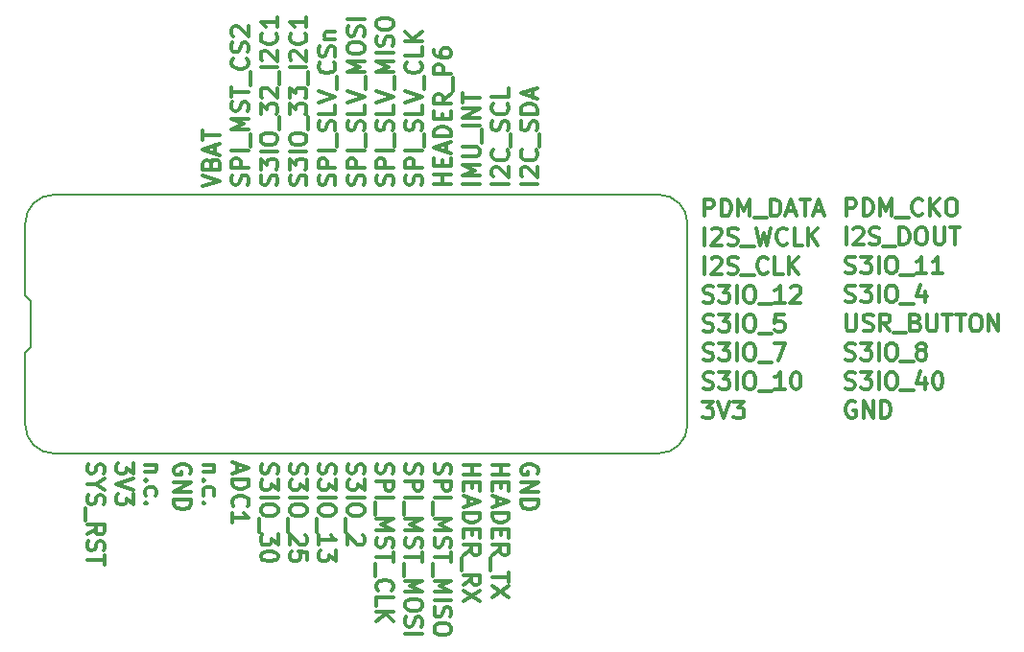
<source format=gbr>
G04 #@! TF.GenerationSoftware,KiCad,Pcbnew,5.1.5+dfsg1-2~bpo10+1*
G04 #@! TF.CreationDate,2020-03-31T11:43:15+02:00*
G04 #@! TF.ProjectId,quickfeather-board,71756963-6b66-4656-9174-6865722d626f,rev?*
G04 #@! TF.SameCoordinates,Original*
G04 #@! TF.FileFunction,Other,ECO1*
%FSLAX46Y46*%
G04 Gerber Fmt 4.6, Leading zero omitted, Abs format (unit mm)*
G04 Created by KiCad (PCBNEW 5.1.5+dfsg1-2~bpo10+1) date 2020-03-31 11:43:15*
%MOMM*%
%LPD*%
G04 APERTURE LIST*
%ADD10C,0.300000*%
%ADD11C,0.150000*%
G04 APERTURE END LIST*
D10*
X195532442Y-95440271D02*
X195532442Y-93940271D01*
X196103871Y-93940271D01*
X196246728Y-94011700D01*
X196318157Y-94083128D01*
X196389585Y-94225985D01*
X196389585Y-94440271D01*
X196318157Y-94583128D01*
X196246728Y-94654557D01*
X196103871Y-94725985D01*
X195532442Y-94725985D01*
X197032442Y-95440271D02*
X197032442Y-93940271D01*
X197389585Y-93940271D01*
X197603871Y-94011700D01*
X197746728Y-94154557D01*
X197818157Y-94297414D01*
X197889585Y-94583128D01*
X197889585Y-94797414D01*
X197818157Y-95083128D01*
X197746728Y-95225985D01*
X197603871Y-95368842D01*
X197389585Y-95440271D01*
X197032442Y-95440271D01*
X198532442Y-95440271D02*
X198532442Y-93940271D01*
X199032442Y-95011700D01*
X199532442Y-93940271D01*
X199532442Y-95440271D01*
X199889585Y-95583128D02*
X201032442Y-95583128D01*
X202246728Y-95297414D02*
X202175300Y-95368842D01*
X201961014Y-95440271D01*
X201818157Y-95440271D01*
X201603871Y-95368842D01*
X201461014Y-95225985D01*
X201389585Y-95083128D01*
X201318157Y-94797414D01*
X201318157Y-94583128D01*
X201389585Y-94297414D01*
X201461014Y-94154557D01*
X201603871Y-94011700D01*
X201818157Y-93940271D01*
X201961014Y-93940271D01*
X202175300Y-94011700D01*
X202246728Y-94083128D01*
X202889585Y-95440271D02*
X202889585Y-93940271D01*
X203746728Y-95440271D02*
X203103871Y-94583128D01*
X203746728Y-93940271D02*
X202889585Y-94797414D01*
X204675300Y-93940271D02*
X204961014Y-93940271D01*
X205103871Y-94011700D01*
X205246728Y-94154557D01*
X205318157Y-94440271D01*
X205318157Y-94940271D01*
X205246728Y-95225985D01*
X205103871Y-95368842D01*
X204961014Y-95440271D01*
X204675300Y-95440271D01*
X204532442Y-95368842D01*
X204389585Y-95225985D01*
X204318157Y-94940271D01*
X204318157Y-94440271D01*
X204389585Y-94154557D01*
X204532442Y-94011700D01*
X204675300Y-93940271D01*
X195532442Y-97990271D02*
X195532442Y-96490271D01*
X196175300Y-96633128D02*
X196246728Y-96561700D01*
X196389585Y-96490271D01*
X196746728Y-96490271D01*
X196889585Y-96561700D01*
X196961014Y-96633128D01*
X197032442Y-96775985D01*
X197032442Y-96918842D01*
X196961014Y-97133128D01*
X196103871Y-97990271D01*
X197032442Y-97990271D01*
X197603871Y-97918842D02*
X197818157Y-97990271D01*
X198175300Y-97990271D01*
X198318157Y-97918842D01*
X198389585Y-97847414D01*
X198461014Y-97704557D01*
X198461014Y-97561700D01*
X198389585Y-97418842D01*
X198318157Y-97347414D01*
X198175300Y-97275985D01*
X197889585Y-97204557D01*
X197746728Y-97133128D01*
X197675300Y-97061700D01*
X197603871Y-96918842D01*
X197603871Y-96775985D01*
X197675300Y-96633128D01*
X197746728Y-96561700D01*
X197889585Y-96490271D01*
X198246728Y-96490271D01*
X198461014Y-96561700D01*
X198746728Y-98133128D02*
X199889585Y-98133128D01*
X200246728Y-97990271D02*
X200246728Y-96490271D01*
X200603871Y-96490271D01*
X200818157Y-96561700D01*
X200961014Y-96704557D01*
X201032442Y-96847414D01*
X201103871Y-97133128D01*
X201103871Y-97347414D01*
X201032442Y-97633128D01*
X200961014Y-97775985D01*
X200818157Y-97918842D01*
X200603871Y-97990271D01*
X200246728Y-97990271D01*
X202032442Y-96490271D02*
X202318157Y-96490271D01*
X202461014Y-96561700D01*
X202603871Y-96704557D01*
X202675300Y-96990271D01*
X202675300Y-97490271D01*
X202603871Y-97775985D01*
X202461014Y-97918842D01*
X202318157Y-97990271D01*
X202032442Y-97990271D01*
X201889585Y-97918842D01*
X201746728Y-97775985D01*
X201675300Y-97490271D01*
X201675300Y-96990271D01*
X201746728Y-96704557D01*
X201889585Y-96561700D01*
X202032442Y-96490271D01*
X203318157Y-96490271D02*
X203318157Y-97704557D01*
X203389585Y-97847414D01*
X203461014Y-97918842D01*
X203603871Y-97990271D01*
X203889585Y-97990271D01*
X204032442Y-97918842D01*
X204103871Y-97847414D01*
X204175300Y-97704557D01*
X204175300Y-96490271D01*
X204675300Y-96490271D02*
X205532442Y-96490271D01*
X205103871Y-97990271D02*
X205103871Y-96490271D01*
X195461014Y-100468842D02*
X195675300Y-100540271D01*
X196032442Y-100540271D01*
X196175300Y-100468842D01*
X196246728Y-100397414D01*
X196318157Y-100254557D01*
X196318157Y-100111700D01*
X196246728Y-99968842D01*
X196175300Y-99897414D01*
X196032442Y-99825985D01*
X195746728Y-99754557D01*
X195603871Y-99683128D01*
X195532442Y-99611700D01*
X195461014Y-99468842D01*
X195461014Y-99325985D01*
X195532442Y-99183128D01*
X195603871Y-99111700D01*
X195746728Y-99040271D01*
X196103871Y-99040271D01*
X196318157Y-99111700D01*
X196818157Y-99040271D02*
X197746728Y-99040271D01*
X197246728Y-99611700D01*
X197461014Y-99611700D01*
X197603871Y-99683128D01*
X197675300Y-99754557D01*
X197746728Y-99897414D01*
X197746728Y-100254557D01*
X197675300Y-100397414D01*
X197603871Y-100468842D01*
X197461014Y-100540271D01*
X197032442Y-100540271D01*
X196889585Y-100468842D01*
X196818157Y-100397414D01*
X198389585Y-100540271D02*
X198389585Y-99040271D01*
X199389585Y-99040271D02*
X199675300Y-99040271D01*
X199818157Y-99111700D01*
X199961014Y-99254557D01*
X200032442Y-99540271D01*
X200032442Y-100040271D01*
X199961014Y-100325985D01*
X199818157Y-100468842D01*
X199675300Y-100540271D01*
X199389585Y-100540271D01*
X199246728Y-100468842D01*
X199103871Y-100325985D01*
X199032442Y-100040271D01*
X199032442Y-99540271D01*
X199103871Y-99254557D01*
X199246728Y-99111700D01*
X199389585Y-99040271D01*
X200318157Y-100683128D02*
X201461014Y-100683128D01*
X202603871Y-100540271D02*
X201746728Y-100540271D01*
X202175300Y-100540271D02*
X202175300Y-99040271D01*
X202032442Y-99254557D01*
X201889585Y-99397414D01*
X201746728Y-99468842D01*
X204032442Y-100540271D02*
X203175300Y-100540271D01*
X203603871Y-100540271D02*
X203603871Y-99040271D01*
X203461014Y-99254557D01*
X203318157Y-99397414D01*
X203175300Y-99468842D01*
X195461014Y-103018842D02*
X195675300Y-103090271D01*
X196032442Y-103090271D01*
X196175300Y-103018842D01*
X196246728Y-102947414D01*
X196318157Y-102804557D01*
X196318157Y-102661700D01*
X196246728Y-102518842D01*
X196175300Y-102447414D01*
X196032442Y-102375985D01*
X195746728Y-102304557D01*
X195603871Y-102233128D01*
X195532442Y-102161700D01*
X195461014Y-102018842D01*
X195461014Y-101875985D01*
X195532442Y-101733128D01*
X195603871Y-101661700D01*
X195746728Y-101590271D01*
X196103871Y-101590271D01*
X196318157Y-101661700D01*
X196818157Y-101590271D02*
X197746728Y-101590271D01*
X197246728Y-102161700D01*
X197461014Y-102161700D01*
X197603871Y-102233128D01*
X197675300Y-102304557D01*
X197746728Y-102447414D01*
X197746728Y-102804557D01*
X197675300Y-102947414D01*
X197603871Y-103018842D01*
X197461014Y-103090271D01*
X197032442Y-103090271D01*
X196889585Y-103018842D01*
X196818157Y-102947414D01*
X198389585Y-103090271D02*
X198389585Y-101590271D01*
X199389585Y-101590271D02*
X199675300Y-101590271D01*
X199818157Y-101661700D01*
X199961014Y-101804557D01*
X200032442Y-102090271D01*
X200032442Y-102590271D01*
X199961014Y-102875985D01*
X199818157Y-103018842D01*
X199675300Y-103090271D01*
X199389585Y-103090271D01*
X199246728Y-103018842D01*
X199103871Y-102875985D01*
X199032442Y-102590271D01*
X199032442Y-102090271D01*
X199103871Y-101804557D01*
X199246728Y-101661700D01*
X199389585Y-101590271D01*
X200318157Y-103233128D02*
X201461014Y-103233128D01*
X202461014Y-102090271D02*
X202461014Y-103090271D01*
X202103871Y-101518842D02*
X201746728Y-102590271D01*
X202675300Y-102590271D01*
X195532442Y-104140271D02*
X195532442Y-105354557D01*
X195603871Y-105497414D01*
X195675300Y-105568842D01*
X195818157Y-105640271D01*
X196103871Y-105640271D01*
X196246728Y-105568842D01*
X196318157Y-105497414D01*
X196389585Y-105354557D01*
X196389585Y-104140271D01*
X197032442Y-105568842D02*
X197246728Y-105640271D01*
X197603871Y-105640271D01*
X197746728Y-105568842D01*
X197818157Y-105497414D01*
X197889585Y-105354557D01*
X197889585Y-105211700D01*
X197818157Y-105068842D01*
X197746728Y-104997414D01*
X197603871Y-104925985D01*
X197318157Y-104854557D01*
X197175300Y-104783128D01*
X197103871Y-104711700D01*
X197032442Y-104568842D01*
X197032442Y-104425985D01*
X197103871Y-104283128D01*
X197175300Y-104211700D01*
X197318157Y-104140271D01*
X197675300Y-104140271D01*
X197889585Y-104211700D01*
X199389585Y-105640271D02*
X198889585Y-104925985D01*
X198532442Y-105640271D02*
X198532442Y-104140271D01*
X199103871Y-104140271D01*
X199246728Y-104211700D01*
X199318157Y-104283128D01*
X199389585Y-104425985D01*
X199389585Y-104640271D01*
X199318157Y-104783128D01*
X199246728Y-104854557D01*
X199103871Y-104925985D01*
X198532442Y-104925985D01*
X199675300Y-105783128D02*
X200818157Y-105783128D01*
X201675300Y-104854557D02*
X201889585Y-104925985D01*
X201961014Y-104997414D01*
X202032442Y-105140271D01*
X202032442Y-105354557D01*
X201961014Y-105497414D01*
X201889585Y-105568842D01*
X201746728Y-105640271D01*
X201175300Y-105640271D01*
X201175300Y-104140271D01*
X201675300Y-104140271D01*
X201818157Y-104211700D01*
X201889585Y-104283128D01*
X201961014Y-104425985D01*
X201961014Y-104568842D01*
X201889585Y-104711700D01*
X201818157Y-104783128D01*
X201675300Y-104854557D01*
X201175300Y-104854557D01*
X202675300Y-104140271D02*
X202675300Y-105354557D01*
X202746728Y-105497414D01*
X202818157Y-105568842D01*
X202961014Y-105640271D01*
X203246728Y-105640271D01*
X203389585Y-105568842D01*
X203461014Y-105497414D01*
X203532442Y-105354557D01*
X203532442Y-104140271D01*
X204032442Y-104140271D02*
X204889585Y-104140271D01*
X204461014Y-105640271D02*
X204461014Y-104140271D01*
X205175300Y-104140271D02*
X206032442Y-104140271D01*
X205603871Y-105640271D02*
X205603871Y-104140271D01*
X206818157Y-104140271D02*
X207103871Y-104140271D01*
X207246728Y-104211700D01*
X207389585Y-104354557D01*
X207461014Y-104640271D01*
X207461014Y-105140271D01*
X207389585Y-105425985D01*
X207246728Y-105568842D01*
X207103871Y-105640271D01*
X206818157Y-105640271D01*
X206675300Y-105568842D01*
X206532442Y-105425985D01*
X206461014Y-105140271D01*
X206461014Y-104640271D01*
X206532442Y-104354557D01*
X206675300Y-104211700D01*
X206818157Y-104140271D01*
X208103871Y-105640271D02*
X208103871Y-104140271D01*
X208961014Y-105640271D01*
X208961014Y-104140271D01*
X195461014Y-108118842D02*
X195675300Y-108190271D01*
X196032442Y-108190271D01*
X196175300Y-108118842D01*
X196246728Y-108047414D01*
X196318157Y-107904557D01*
X196318157Y-107761700D01*
X196246728Y-107618842D01*
X196175300Y-107547414D01*
X196032442Y-107475985D01*
X195746728Y-107404557D01*
X195603871Y-107333128D01*
X195532442Y-107261700D01*
X195461014Y-107118842D01*
X195461014Y-106975985D01*
X195532442Y-106833128D01*
X195603871Y-106761700D01*
X195746728Y-106690271D01*
X196103871Y-106690271D01*
X196318157Y-106761700D01*
X196818157Y-106690271D02*
X197746728Y-106690271D01*
X197246728Y-107261700D01*
X197461014Y-107261700D01*
X197603871Y-107333128D01*
X197675300Y-107404557D01*
X197746728Y-107547414D01*
X197746728Y-107904557D01*
X197675300Y-108047414D01*
X197603871Y-108118842D01*
X197461014Y-108190271D01*
X197032442Y-108190271D01*
X196889585Y-108118842D01*
X196818157Y-108047414D01*
X198389585Y-108190271D02*
X198389585Y-106690271D01*
X199389585Y-106690271D02*
X199675300Y-106690271D01*
X199818157Y-106761700D01*
X199961014Y-106904557D01*
X200032442Y-107190271D01*
X200032442Y-107690271D01*
X199961014Y-107975985D01*
X199818157Y-108118842D01*
X199675300Y-108190271D01*
X199389585Y-108190271D01*
X199246728Y-108118842D01*
X199103871Y-107975985D01*
X199032442Y-107690271D01*
X199032442Y-107190271D01*
X199103871Y-106904557D01*
X199246728Y-106761700D01*
X199389585Y-106690271D01*
X200318157Y-108333128D02*
X201461014Y-108333128D01*
X202032442Y-107333128D02*
X201889585Y-107261700D01*
X201818157Y-107190271D01*
X201746728Y-107047414D01*
X201746728Y-106975985D01*
X201818157Y-106833128D01*
X201889585Y-106761700D01*
X202032442Y-106690271D01*
X202318157Y-106690271D01*
X202461014Y-106761700D01*
X202532442Y-106833128D01*
X202603871Y-106975985D01*
X202603871Y-107047414D01*
X202532442Y-107190271D01*
X202461014Y-107261700D01*
X202318157Y-107333128D01*
X202032442Y-107333128D01*
X201889585Y-107404557D01*
X201818157Y-107475985D01*
X201746728Y-107618842D01*
X201746728Y-107904557D01*
X201818157Y-108047414D01*
X201889585Y-108118842D01*
X202032442Y-108190271D01*
X202318157Y-108190271D01*
X202461014Y-108118842D01*
X202532442Y-108047414D01*
X202603871Y-107904557D01*
X202603871Y-107618842D01*
X202532442Y-107475985D01*
X202461014Y-107404557D01*
X202318157Y-107333128D01*
X195461014Y-110668842D02*
X195675300Y-110740271D01*
X196032442Y-110740271D01*
X196175300Y-110668842D01*
X196246728Y-110597414D01*
X196318157Y-110454557D01*
X196318157Y-110311700D01*
X196246728Y-110168842D01*
X196175300Y-110097414D01*
X196032442Y-110025985D01*
X195746728Y-109954557D01*
X195603871Y-109883128D01*
X195532442Y-109811700D01*
X195461014Y-109668842D01*
X195461014Y-109525985D01*
X195532442Y-109383128D01*
X195603871Y-109311700D01*
X195746728Y-109240271D01*
X196103871Y-109240271D01*
X196318157Y-109311700D01*
X196818157Y-109240271D02*
X197746728Y-109240271D01*
X197246728Y-109811700D01*
X197461014Y-109811700D01*
X197603871Y-109883128D01*
X197675300Y-109954557D01*
X197746728Y-110097414D01*
X197746728Y-110454557D01*
X197675300Y-110597414D01*
X197603871Y-110668842D01*
X197461014Y-110740271D01*
X197032442Y-110740271D01*
X196889585Y-110668842D01*
X196818157Y-110597414D01*
X198389585Y-110740271D02*
X198389585Y-109240271D01*
X199389585Y-109240271D02*
X199675300Y-109240271D01*
X199818157Y-109311700D01*
X199961014Y-109454557D01*
X200032442Y-109740271D01*
X200032442Y-110240271D01*
X199961014Y-110525985D01*
X199818157Y-110668842D01*
X199675300Y-110740271D01*
X199389585Y-110740271D01*
X199246728Y-110668842D01*
X199103871Y-110525985D01*
X199032442Y-110240271D01*
X199032442Y-109740271D01*
X199103871Y-109454557D01*
X199246728Y-109311700D01*
X199389585Y-109240271D01*
X200318157Y-110883128D02*
X201461014Y-110883128D01*
X202461014Y-109740271D02*
X202461014Y-110740271D01*
X202103871Y-109168842D02*
X201746728Y-110240271D01*
X202675300Y-110240271D01*
X203532442Y-109240271D02*
X203675300Y-109240271D01*
X203818157Y-109311700D01*
X203889585Y-109383128D01*
X203961014Y-109525985D01*
X204032442Y-109811700D01*
X204032442Y-110168842D01*
X203961014Y-110454557D01*
X203889585Y-110597414D01*
X203818157Y-110668842D01*
X203675300Y-110740271D01*
X203532442Y-110740271D01*
X203389585Y-110668842D01*
X203318157Y-110597414D01*
X203246728Y-110454557D01*
X203175300Y-110168842D01*
X203175300Y-109811700D01*
X203246728Y-109525985D01*
X203318157Y-109383128D01*
X203389585Y-109311700D01*
X203532442Y-109240271D01*
X196318157Y-111861700D02*
X196175300Y-111790271D01*
X195961014Y-111790271D01*
X195746728Y-111861700D01*
X195603871Y-112004557D01*
X195532442Y-112147414D01*
X195461014Y-112433128D01*
X195461014Y-112647414D01*
X195532442Y-112933128D01*
X195603871Y-113075985D01*
X195746728Y-113218842D01*
X195961014Y-113290271D01*
X196103871Y-113290271D01*
X196318157Y-113218842D01*
X196389585Y-113147414D01*
X196389585Y-112647414D01*
X196103871Y-112647414D01*
X197032442Y-113290271D02*
X197032442Y-111790271D01*
X197889585Y-113290271D01*
X197889585Y-111790271D01*
X198603871Y-113290271D02*
X198603871Y-111790271D01*
X198961014Y-111790271D01*
X199175300Y-111861700D01*
X199318157Y-112004557D01*
X199389585Y-112147414D01*
X199461014Y-112433128D01*
X199461014Y-112647414D01*
X199389585Y-112933128D01*
X199318157Y-113075985D01*
X199175300Y-113218842D01*
X198961014Y-113290271D01*
X198603871Y-113290271D01*
X183022442Y-95475271D02*
X183022442Y-93975271D01*
X183593871Y-93975271D01*
X183736728Y-94046700D01*
X183808157Y-94118128D01*
X183879585Y-94260985D01*
X183879585Y-94475271D01*
X183808157Y-94618128D01*
X183736728Y-94689557D01*
X183593871Y-94760985D01*
X183022442Y-94760985D01*
X184522442Y-95475271D02*
X184522442Y-93975271D01*
X184879585Y-93975271D01*
X185093871Y-94046700D01*
X185236728Y-94189557D01*
X185308157Y-94332414D01*
X185379585Y-94618128D01*
X185379585Y-94832414D01*
X185308157Y-95118128D01*
X185236728Y-95260985D01*
X185093871Y-95403842D01*
X184879585Y-95475271D01*
X184522442Y-95475271D01*
X186022442Y-95475271D02*
X186022442Y-93975271D01*
X186522442Y-95046700D01*
X187022442Y-93975271D01*
X187022442Y-95475271D01*
X187379585Y-95618128D02*
X188522442Y-95618128D01*
X188879585Y-95475271D02*
X188879585Y-93975271D01*
X189236728Y-93975271D01*
X189451014Y-94046700D01*
X189593871Y-94189557D01*
X189665300Y-94332414D01*
X189736728Y-94618128D01*
X189736728Y-94832414D01*
X189665300Y-95118128D01*
X189593871Y-95260985D01*
X189451014Y-95403842D01*
X189236728Y-95475271D01*
X188879585Y-95475271D01*
X190308157Y-95046700D02*
X191022442Y-95046700D01*
X190165300Y-95475271D02*
X190665300Y-93975271D01*
X191165300Y-95475271D01*
X191451014Y-93975271D02*
X192308157Y-93975271D01*
X191879585Y-95475271D02*
X191879585Y-93975271D01*
X192736728Y-95046700D02*
X193451014Y-95046700D01*
X192593871Y-95475271D02*
X193093871Y-93975271D01*
X193593871Y-95475271D01*
X183022442Y-98025271D02*
X183022442Y-96525271D01*
X183665300Y-96668128D02*
X183736728Y-96596700D01*
X183879585Y-96525271D01*
X184236728Y-96525271D01*
X184379585Y-96596700D01*
X184451014Y-96668128D01*
X184522442Y-96810985D01*
X184522442Y-96953842D01*
X184451014Y-97168128D01*
X183593871Y-98025271D01*
X184522442Y-98025271D01*
X185093871Y-97953842D02*
X185308157Y-98025271D01*
X185665300Y-98025271D01*
X185808157Y-97953842D01*
X185879585Y-97882414D01*
X185951014Y-97739557D01*
X185951014Y-97596700D01*
X185879585Y-97453842D01*
X185808157Y-97382414D01*
X185665300Y-97310985D01*
X185379585Y-97239557D01*
X185236728Y-97168128D01*
X185165300Y-97096700D01*
X185093871Y-96953842D01*
X185093871Y-96810985D01*
X185165300Y-96668128D01*
X185236728Y-96596700D01*
X185379585Y-96525271D01*
X185736728Y-96525271D01*
X185951014Y-96596700D01*
X186236728Y-98168128D02*
X187379585Y-98168128D01*
X187593871Y-96525271D02*
X187951014Y-98025271D01*
X188236728Y-96953842D01*
X188522442Y-98025271D01*
X188879585Y-96525271D01*
X190308157Y-97882414D02*
X190236728Y-97953842D01*
X190022442Y-98025271D01*
X189879585Y-98025271D01*
X189665300Y-97953842D01*
X189522442Y-97810985D01*
X189451014Y-97668128D01*
X189379585Y-97382414D01*
X189379585Y-97168128D01*
X189451014Y-96882414D01*
X189522442Y-96739557D01*
X189665300Y-96596700D01*
X189879585Y-96525271D01*
X190022442Y-96525271D01*
X190236728Y-96596700D01*
X190308157Y-96668128D01*
X191665300Y-98025271D02*
X190951014Y-98025271D01*
X190951014Y-96525271D01*
X192165300Y-98025271D02*
X192165300Y-96525271D01*
X193022442Y-98025271D02*
X192379585Y-97168128D01*
X193022442Y-96525271D02*
X192165300Y-97382414D01*
X183022442Y-100575271D02*
X183022442Y-99075271D01*
X183665300Y-99218128D02*
X183736728Y-99146700D01*
X183879585Y-99075271D01*
X184236728Y-99075271D01*
X184379585Y-99146700D01*
X184451014Y-99218128D01*
X184522442Y-99360985D01*
X184522442Y-99503842D01*
X184451014Y-99718128D01*
X183593871Y-100575271D01*
X184522442Y-100575271D01*
X185093871Y-100503842D02*
X185308157Y-100575271D01*
X185665300Y-100575271D01*
X185808157Y-100503842D01*
X185879585Y-100432414D01*
X185951014Y-100289557D01*
X185951014Y-100146700D01*
X185879585Y-100003842D01*
X185808157Y-99932414D01*
X185665300Y-99860985D01*
X185379585Y-99789557D01*
X185236728Y-99718128D01*
X185165300Y-99646700D01*
X185093871Y-99503842D01*
X185093871Y-99360985D01*
X185165300Y-99218128D01*
X185236728Y-99146700D01*
X185379585Y-99075271D01*
X185736728Y-99075271D01*
X185951014Y-99146700D01*
X186236728Y-100718128D02*
X187379585Y-100718128D01*
X188593871Y-100432414D02*
X188522442Y-100503842D01*
X188308157Y-100575271D01*
X188165300Y-100575271D01*
X187951014Y-100503842D01*
X187808157Y-100360985D01*
X187736728Y-100218128D01*
X187665300Y-99932414D01*
X187665300Y-99718128D01*
X187736728Y-99432414D01*
X187808157Y-99289557D01*
X187951014Y-99146700D01*
X188165300Y-99075271D01*
X188308157Y-99075271D01*
X188522442Y-99146700D01*
X188593871Y-99218128D01*
X189951014Y-100575271D02*
X189236728Y-100575271D01*
X189236728Y-99075271D01*
X190451014Y-100575271D02*
X190451014Y-99075271D01*
X191308157Y-100575271D02*
X190665300Y-99718128D01*
X191308157Y-99075271D02*
X190451014Y-99932414D01*
X182951014Y-103053842D02*
X183165300Y-103125271D01*
X183522442Y-103125271D01*
X183665300Y-103053842D01*
X183736728Y-102982414D01*
X183808157Y-102839557D01*
X183808157Y-102696700D01*
X183736728Y-102553842D01*
X183665300Y-102482414D01*
X183522442Y-102410985D01*
X183236728Y-102339557D01*
X183093871Y-102268128D01*
X183022442Y-102196700D01*
X182951014Y-102053842D01*
X182951014Y-101910985D01*
X183022442Y-101768128D01*
X183093871Y-101696700D01*
X183236728Y-101625271D01*
X183593871Y-101625271D01*
X183808157Y-101696700D01*
X184308157Y-101625271D02*
X185236728Y-101625271D01*
X184736728Y-102196700D01*
X184951014Y-102196700D01*
X185093871Y-102268128D01*
X185165300Y-102339557D01*
X185236728Y-102482414D01*
X185236728Y-102839557D01*
X185165300Y-102982414D01*
X185093871Y-103053842D01*
X184951014Y-103125271D01*
X184522442Y-103125271D01*
X184379585Y-103053842D01*
X184308157Y-102982414D01*
X185879585Y-103125271D02*
X185879585Y-101625271D01*
X186879585Y-101625271D02*
X187165300Y-101625271D01*
X187308157Y-101696700D01*
X187451014Y-101839557D01*
X187522442Y-102125271D01*
X187522442Y-102625271D01*
X187451014Y-102910985D01*
X187308157Y-103053842D01*
X187165300Y-103125271D01*
X186879585Y-103125271D01*
X186736728Y-103053842D01*
X186593871Y-102910985D01*
X186522442Y-102625271D01*
X186522442Y-102125271D01*
X186593871Y-101839557D01*
X186736728Y-101696700D01*
X186879585Y-101625271D01*
X187808157Y-103268128D02*
X188951014Y-103268128D01*
X190093871Y-103125271D02*
X189236728Y-103125271D01*
X189665300Y-103125271D02*
X189665300Y-101625271D01*
X189522442Y-101839557D01*
X189379585Y-101982414D01*
X189236728Y-102053842D01*
X190665300Y-101768128D02*
X190736728Y-101696700D01*
X190879585Y-101625271D01*
X191236728Y-101625271D01*
X191379585Y-101696700D01*
X191451014Y-101768128D01*
X191522442Y-101910985D01*
X191522442Y-102053842D01*
X191451014Y-102268128D01*
X190593871Y-103125271D01*
X191522442Y-103125271D01*
X182951014Y-105603842D02*
X183165300Y-105675271D01*
X183522442Y-105675271D01*
X183665300Y-105603842D01*
X183736728Y-105532414D01*
X183808157Y-105389557D01*
X183808157Y-105246700D01*
X183736728Y-105103842D01*
X183665300Y-105032414D01*
X183522442Y-104960985D01*
X183236728Y-104889557D01*
X183093871Y-104818128D01*
X183022442Y-104746700D01*
X182951014Y-104603842D01*
X182951014Y-104460985D01*
X183022442Y-104318128D01*
X183093871Y-104246700D01*
X183236728Y-104175271D01*
X183593871Y-104175271D01*
X183808157Y-104246700D01*
X184308157Y-104175271D02*
X185236728Y-104175271D01*
X184736728Y-104746700D01*
X184951014Y-104746700D01*
X185093871Y-104818128D01*
X185165300Y-104889557D01*
X185236728Y-105032414D01*
X185236728Y-105389557D01*
X185165300Y-105532414D01*
X185093871Y-105603842D01*
X184951014Y-105675271D01*
X184522442Y-105675271D01*
X184379585Y-105603842D01*
X184308157Y-105532414D01*
X185879585Y-105675271D02*
X185879585Y-104175271D01*
X186879585Y-104175271D02*
X187165300Y-104175271D01*
X187308157Y-104246700D01*
X187451014Y-104389557D01*
X187522442Y-104675271D01*
X187522442Y-105175271D01*
X187451014Y-105460985D01*
X187308157Y-105603842D01*
X187165300Y-105675271D01*
X186879585Y-105675271D01*
X186736728Y-105603842D01*
X186593871Y-105460985D01*
X186522442Y-105175271D01*
X186522442Y-104675271D01*
X186593871Y-104389557D01*
X186736728Y-104246700D01*
X186879585Y-104175271D01*
X187808157Y-105818128D02*
X188951014Y-105818128D01*
X190022442Y-104175271D02*
X189308157Y-104175271D01*
X189236728Y-104889557D01*
X189308157Y-104818128D01*
X189451014Y-104746700D01*
X189808157Y-104746700D01*
X189951014Y-104818128D01*
X190022442Y-104889557D01*
X190093871Y-105032414D01*
X190093871Y-105389557D01*
X190022442Y-105532414D01*
X189951014Y-105603842D01*
X189808157Y-105675271D01*
X189451014Y-105675271D01*
X189308157Y-105603842D01*
X189236728Y-105532414D01*
X182951014Y-108153842D02*
X183165300Y-108225271D01*
X183522442Y-108225271D01*
X183665300Y-108153842D01*
X183736728Y-108082414D01*
X183808157Y-107939557D01*
X183808157Y-107796700D01*
X183736728Y-107653842D01*
X183665300Y-107582414D01*
X183522442Y-107510985D01*
X183236728Y-107439557D01*
X183093871Y-107368128D01*
X183022442Y-107296700D01*
X182951014Y-107153842D01*
X182951014Y-107010985D01*
X183022442Y-106868128D01*
X183093871Y-106796700D01*
X183236728Y-106725271D01*
X183593871Y-106725271D01*
X183808157Y-106796700D01*
X184308157Y-106725271D02*
X185236728Y-106725271D01*
X184736728Y-107296700D01*
X184951014Y-107296700D01*
X185093871Y-107368128D01*
X185165300Y-107439557D01*
X185236728Y-107582414D01*
X185236728Y-107939557D01*
X185165300Y-108082414D01*
X185093871Y-108153842D01*
X184951014Y-108225271D01*
X184522442Y-108225271D01*
X184379585Y-108153842D01*
X184308157Y-108082414D01*
X185879585Y-108225271D02*
X185879585Y-106725271D01*
X186879585Y-106725271D02*
X187165300Y-106725271D01*
X187308157Y-106796700D01*
X187451014Y-106939557D01*
X187522442Y-107225271D01*
X187522442Y-107725271D01*
X187451014Y-108010985D01*
X187308157Y-108153842D01*
X187165300Y-108225271D01*
X186879585Y-108225271D01*
X186736728Y-108153842D01*
X186593871Y-108010985D01*
X186522442Y-107725271D01*
X186522442Y-107225271D01*
X186593871Y-106939557D01*
X186736728Y-106796700D01*
X186879585Y-106725271D01*
X187808157Y-108368128D02*
X188951014Y-108368128D01*
X189165300Y-106725271D02*
X190165300Y-106725271D01*
X189522442Y-108225271D01*
X182951014Y-110703842D02*
X183165300Y-110775271D01*
X183522442Y-110775271D01*
X183665300Y-110703842D01*
X183736728Y-110632414D01*
X183808157Y-110489557D01*
X183808157Y-110346700D01*
X183736728Y-110203842D01*
X183665300Y-110132414D01*
X183522442Y-110060985D01*
X183236728Y-109989557D01*
X183093871Y-109918128D01*
X183022442Y-109846700D01*
X182951014Y-109703842D01*
X182951014Y-109560985D01*
X183022442Y-109418128D01*
X183093871Y-109346700D01*
X183236728Y-109275271D01*
X183593871Y-109275271D01*
X183808157Y-109346700D01*
X184308157Y-109275271D02*
X185236728Y-109275271D01*
X184736728Y-109846700D01*
X184951014Y-109846700D01*
X185093871Y-109918128D01*
X185165300Y-109989557D01*
X185236728Y-110132414D01*
X185236728Y-110489557D01*
X185165300Y-110632414D01*
X185093871Y-110703842D01*
X184951014Y-110775271D01*
X184522442Y-110775271D01*
X184379585Y-110703842D01*
X184308157Y-110632414D01*
X185879585Y-110775271D02*
X185879585Y-109275271D01*
X186879585Y-109275271D02*
X187165300Y-109275271D01*
X187308157Y-109346700D01*
X187451014Y-109489557D01*
X187522442Y-109775271D01*
X187522442Y-110275271D01*
X187451014Y-110560985D01*
X187308157Y-110703842D01*
X187165300Y-110775271D01*
X186879585Y-110775271D01*
X186736728Y-110703842D01*
X186593871Y-110560985D01*
X186522442Y-110275271D01*
X186522442Y-109775271D01*
X186593871Y-109489557D01*
X186736728Y-109346700D01*
X186879585Y-109275271D01*
X187808157Y-110918128D02*
X188951014Y-110918128D01*
X190093871Y-110775271D02*
X189236728Y-110775271D01*
X189665300Y-110775271D02*
X189665300Y-109275271D01*
X189522442Y-109489557D01*
X189379585Y-109632414D01*
X189236728Y-109703842D01*
X191022442Y-109275271D02*
X191165300Y-109275271D01*
X191308157Y-109346700D01*
X191379585Y-109418128D01*
X191451014Y-109560985D01*
X191522442Y-109846700D01*
X191522442Y-110203842D01*
X191451014Y-110489557D01*
X191379585Y-110632414D01*
X191308157Y-110703842D01*
X191165300Y-110775271D01*
X191022442Y-110775271D01*
X190879585Y-110703842D01*
X190808157Y-110632414D01*
X190736728Y-110489557D01*
X190665300Y-110203842D01*
X190665300Y-109846700D01*
X190736728Y-109560985D01*
X190808157Y-109418128D01*
X190879585Y-109346700D01*
X191022442Y-109275271D01*
X182879585Y-111825271D02*
X183808157Y-111825271D01*
X183308157Y-112396700D01*
X183522442Y-112396700D01*
X183665300Y-112468128D01*
X183736728Y-112539557D01*
X183808157Y-112682414D01*
X183808157Y-113039557D01*
X183736728Y-113182414D01*
X183665300Y-113253842D01*
X183522442Y-113325271D01*
X183093871Y-113325271D01*
X182951014Y-113253842D01*
X182879585Y-113182414D01*
X184236728Y-111825271D02*
X184736728Y-113325271D01*
X185236728Y-111825271D01*
X185593871Y-111825271D02*
X186522442Y-111825271D01*
X186022442Y-112396700D01*
X186236728Y-112396700D01*
X186379585Y-112468128D01*
X186451014Y-112539557D01*
X186522442Y-112682414D01*
X186522442Y-113039557D01*
X186451014Y-113182414D01*
X186379585Y-113253842D01*
X186236728Y-113325271D01*
X185808157Y-113325271D01*
X185665300Y-113253842D01*
X185593871Y-113182414D01*
X168265300Y-118229557D02*
X168336728Y-118086700D01*
X168336728Y-117872414D01*
X168265300Y-117658128D01*
X168122442Y-117515271D01*
X167979585Y-117443842D01*
X167693871Y-117372414D01*
X167479585Y-117372414D01*
X167193871Y-117443842D01*
X167051014Y-117515271D01*
X166908157Y-117658128D01*
X166836728Y-117872414D01*
X166836728Y-118015271D01*
X166908157Y-118229557D01*
X166979585Y-118300985D01*
X167479585Y-118300985D01*
X167479585Y-118015271D01*
X166836728Y-118943842D02*
X168336728Y-118943842D01*
X166836728Y-119800985D01*
X168336728Y-119800985D01*
X166836728Y-120515271D02*
X168336728Y-120515271D01*
X168336728Y-120872414D01*
X168265300Y-121086700D01*
X168122442Y-121229557D01*
X167979585Y-121300985D01*
X167693871Y-121372414D01*
X167479585Y-121372414D01*
X167193871Y-121300985D01*
X167051014Y-121229557D01*
X166908157Y-121086700D01*
X166836728Y-120872414D01*
X166836728Y-120515271D01*
X164286728Y-117443842D02*
X165786728Y-117443842D01*
X165072442Y-117443842D02*
X165072442Y-118300985D01*
X164286728Y-118300985D02*
X165786728Y-118300985D01*
X165072442Y-119015271D02*
X165072442Y-119515271D01*
X164286728Y-119729557D02*
X164286728Y-119015271D01*
X165786728Y-119015271D01*
X165786728Y-119729557D01*
X164715300Y-120300985D02*
X164715300Y-121015271D01*
X164286728Y-120158128D02*
X165786728Y-120658128D01*
X164286728Y-121158128D01*
X164286728Y-121658128D02*
X165786728Y-121658128D01*
X165786728Y-122015271D01*
X165715300Y-122229557D01*
X165572442Y-122372414D01*
X165429585Y-122443842D01*
X165143871Y-122515271D01*
X164929585Y-122515271D01*
X164643871Y-122443842D01*
X164501014Y-122372414D01*
X164358157Y-122229557D01*
X164286728Y-122015271D01*
X164286728Y-121658128D01*
X165072442Y-123158128D02*
X165072442Y-123658128D01*
X164286728Y-123872414D02*
X164286728Y-123158128D01*
X165786728Y-123158128D01*
X165786728Y-123872414D01*
X164286728Y-125372414D02*
X165001014Y-124872414D01*
X164286728Y-124515271D02*
X165786728Y-124515271D01*
X165786728Y-125086700D01*
X165715300Y-125229557D01*
X165643871Y-125300985D01*
X165501014Y-125372414D01*
X165286728Y-125372414D01*
X165143871Y-125300985D01*
X165072442Y-125229557D01*
X165001014Y-125086700D01*
X165001014Y-124515271D01*
X164143871Y-125658128D02*
X164143871Y-126800985D01*
X165786728Y-126943842D02*
X165786728Y-127800985D01*
X164286728Y-127372414D02*
X165786728Y-127372414D01*
X165786728Y-128158128D02*
X164286728Y-129158128D01*
X165786728Y-129158128D02*
X164286728Y-128158128D01*
X161736728Y-117443842D02*
X163236728Y-117443842D01*
X162522442Y-117443842D02*
X162522442Y-118300985D01*
X161736728Y-118300985D02*
X163236728Y-118300985D01*
X162522442Y-119015271D02*
X162522442Y-119515271D01*
X161736728Y-119729557D02*
X161736728Y-119015271D01*
X163236728Y-119015271D01*
X163236728Y-119729557D01*
X162165300Y-120300985D02*
X162165300Y-121015271D01*
X161736728Y-120158128D02*
X163236728Y-120658128D01*
X161736728Y-121158128D01*
X161736728Y-121658128D02*
X163236728Y-121658128D01*
X163236728Y-122015271D01*
X163165300Y-122229557D01*
X163022442Y-122372414D01*
X162879585Y-122443842D01*
X162593871Y-122515271D01*
X162379585Y-122515271D01*
X162093871Y-122443842D01*
X161951014Y-122372414D01*
X161808157Y-122229557D01*
X161736728Y-122015271D01*
X161736728Y-121658128D01*
X162522442Y-123158128D02*
X162522442Y-123658128D01*
X161736728Y-123872414D02*
X161736728Y-123158128D01*
X163236728Y-123158128D01*
X163236728Y-123872414D01*
X161736728Y-125372414D02*
X162451014Y-124872414D01*
X161736728Y-124515271D02*
X163236728Y-124515271D01*
X163236728Y-125086700D01*
X163165300Y-125229557D01*
X163093871Y-125300985D01*
X162951014Y-125372414D01*
X162736728Y-125372414D01*
X162593871Y-125300985D01*
X162522442Y-125229557D01*
X162451014Y-125086700D01*
X162451014Y-124515271D01*
X161593871Y-125658128D02*
X161593871Y-126800985D01*
X161736728Y-128015271D02*
X162451014Y-127515271D01*
X161736728Y-127158128D02*
X163236728Y-127158128D01*
X163236728Y-127729557D01*
X163165300Y-127872414D01*
X163093871Y-127943842D01*
X162951014Y-128015271D01*
X162736728Y-128015271D01*
X162593871Y-127943842D01*
X162522442Y-127872414D01*
X162451014Y-127729557D01*
X162451014Y-127158128D01*
X163236728Y-128515271D02*
X161736728Y-129515271D01*
X163236728Y-129515271D02*
X161736728Y-128515271D01*
X159258157Y-117372414D02*
X159186728Y-117586700D01*
X159186728Y-117943842D01*
X159258157Y-118086700D01*
X159329585Y-118158128D01*
X159472442Y-118229557D01*
X159615300Y-118229557D01*
X159758157Y-118158128D01*
X159829585Y-118086700D01*
X159901014Y-117943842D01*
X159972442Y-117658128D01*
X160043871Y-117515271D01*
X160115300Y-117443842D01*
X160258157Y-117372414D01*
X160401014Y-117372414D01*
X160543871Y-117443842D01*
X160615300Y-117515271D01*
X160686728Y-117658128D01*
X160686728Y-118015271D01*
X160615300Y-118229557D01*
X159186728Y-118872414D02*
X160686728Y-118872414D01*
X160686728Y-119443842D01*
X160615300Y-119586700D01*
X160543871Y-119658128D01*
X160401014Y-119729557D01*
X160186728Y-119729557D01*
X160043871Y-119658128D01*
X159972442Y-119586700D01*
X159901014Y-119443842D01*
X159901014Y-118872414D01*
X159186728Y-120372414D02*
X160686728Y-120372414D01*
X159043871Y-120729557D02*
X159043871Y-121872414D01*
X159186728Y-122229557D02*
X160686728Y-122229557D01*
X159615300Y-122729557D01*
X160686728Y-123229557D01*
X159186728Y-123229557D01*
X159258157Y-123872414D02*
X159186728Y-124086700D01*
X159186728Y-124443842D01*
X159258157Y-124586700D01*
X159329585Y-124658128D01*
X159472442Y-124729557D01*
X159615300Y-124729557D01*
X159758157Y-124658128D01*
X159829585Y-124586700D01*
X159901014Y-124443842D01*
X159972442Y-124158128D01*
X160043871Y-124015271D01*
X160115300Y-123943842D01*
X160258157Y-123872414D01*
X160401014Y-123872414D01*
X160543871Y-123943842D01*
X160615300Y-124015271D01*
X160686728Y-124158128D01*
X160686728Y-124515271D01*
X160615300Y-124729557D01*
X160686728Y-125158128D02*
X160686728Y-126015271D01*
X159186728Y-125586700D02*
X160686728Y-125586700D01*
X159043871Y-126158128D02*
X159043871Y-127300985D01*
X159186728Y-127658128D02*
X160686728Y-127658128D01*
X159615300Y-128158128D01*
X160686728Y-128658128D01*
X159186728Y-128658128D01*
X159186728Y-129372414D02*
X160686728Y-129372414D01*
X159258157Y-130015271D02*
X159186728Y-130229557D01*
X159186728Y-130586700D01*
X159258157Y-130729557D01*
X159329585Y-130800985D01*
X159472442Y-130872414D01*
X159615300Y-130872414D01*
X159758157Y-130800985D01*
X159829585Y-130729557D01*
X159901014Y-130586700D01*
X159972442Y-130300985D01*
X160043871Y-130158128D01*
X160115300Y-130086700D01*
X160258157Y-130015271D01*
X160401014Y-130015271D01*
X160543871Y-130086700D01*
X160615300Y-130158128D01*
X160686728Y-130300985D01*
X160686728Y-130658128D01*
X160615300Y-130872414D01*
X160686728Y-131800985D02*
X160686728Y-132086700D01*
X160615300Y-132229557D01*
X160472442Y-132372414D01*
X160186728Y-132443842D01*
X159686728Y-132443842D01*
X159401014Y-132372414D01*
X159258157Y-132229557D01*
X159186728Y-132086700D01*
X159186728Y-131800985D01*
X159258157Y-131658128D01*
X159401014Y-131515271D01*
X159686728Y-131443842D01*
X160186728Y-131443842D01*
X160472442Y-131515271D01*
X160615300Y-131658128D01*
X160686728Y-131800985D01*
X156708157Y-117372414D02*
X156636728Y-117586700D01*
X156636728Y-117943842D01*
X156708157Y-118086700D01*
X156779585Y-118158128D01*
X156922442Y-118229557D01*
X157065300Y-118229557D01*
X157208157Y-118158128D01*
X157279585Y-118086700D01*
X157351014Y-117943842D01*
X157422442Y-117658128D01*
X157493871Y-117515271D01*
X157565300Y-117443842D01*
X157708157Y-117372414D01*
X157851014Y-117372414D01*
X157993871Y-117443842D01*
X158065300Y-117515271D01*
X158136728Y-117658128D01*
X158136728Y-118015271D01*
X158065300Y-118229557D01*
X156636728Y-118872414D02*
X158136728Y-118872414D01*
X158136728Y-119443842D01*
X158065300Y-119586700D01*
X157993871Y-119658128D01*
X157851014Y-119729557D01*
X157636728Y-119729557D01*
X157493871Y-119658128D01*
X157422442Y-119586700D01*
X157351014Y-119443842D01*
X157351014Y-118872414D01*
X156636728Y-120372414D02*
X158136728Y-120372414D01*
X156493871Y-120729557D02*
X156493871Y-121872414D01*
X156636728Y-122229557D02*
X158136728Y-122229557D01*
X157065300Y-122729557D01*
X158136728Y-123229557D01*
X156636728Y-123229557D01*
X156708157Y-123872414D02*
X156636728Y-124086700D01*
X156636728Y-124443842D01*
X156708157Y-124586700D01*
X156779585Y-124658128D01*
X156922442Y-124729557D01*
X157065300Y-124729557D01*
X157208157Y-124658128D01*
X157279585Y-124586700D01*
X157351014Y-124443842D01*
X157422442Y-124158128D01*
X157493871Y-124015271D01*
X157565300Y-123943842D01*
X157708157Y-123872414D01*
X157851014Y-123872414D01*
X157993871Y-123943842D01*
X158065300Y-124015271D01*
X158136728Y-124158128D01*
X158136728Y-124515271D01*
X158065300Y-124729557D01*
X158136728Y-125158128D02*
X158136728Y-126015271D01*
X156636728Y-125586700D02*
X158136728Y-125586700D01*
X156493871Y-126158128D02*
X156493871Y-127300985D01*
X156636728Y-127658128D02*
X158136728Y-127658128D01*
X157065300Y-128158128D01*
X158136728Y-128658128D01*
X156636728Y-128658128D01*
X158136728Y-129658128D02*
X158136728Y-129943842D01*
X158065300Y-130086700D01*
X157922442Y-130229557D01*
X157636728Y-130300985D01*
X157136728Y-130300985D01*
X156851014Y-130229557D01*
X156708157Y-130086700D01*
X156636728Y-129943842D01*
X156636728Y-129658128D01*
X156708157Y-129515271D01*
X156851014Y-129372414D01*
X157136728Y-129300985D01*
X157636728Y-129300985D01*
X157922442Y-129372414D01*
X158065300Y-129515271D01*
X158136728Y-129658128D01*
X156708157Y-130872414D02*
X156636728Y-131086700D01*
X156636728Y-131443842D01*
X156708157Y-131586700D01*
X156779585Y-131658128D01*
X156922442Y-131729557D01*
X157065300Y-131729557D01*
X157208157Y-131658128D01*
X157279585Y-131586700D01*
X157351014Y-131443842D01*
X157422442Y-131158128D01*
X157493871Y-131015271D01*
X157565300Y-130943842D01*
X157708157Y-130872414D01*
X157851014Y-130872414D01*
X157993871Y-130943842D01*
X158065300Y-131015271D01*
X158136728Y-131158128D01*
X158136728Y-131515271D01*
X158065300Y-131729557D01*
X156636728Y-132372414D02*
X158136728Y-132372414D01*
X154158157Y-117372414D02*
X154086728Y-117586700D01*
X154086728Y-117943842D01*
X154158157Y-118086700D01*
X154229585Y-118158128D01*
X154372442Y-118229557D01*
X154515300Y-118229557D01*
X154658157Y-118158128D01*
X154729585Y-118086700D01*
X154801014Y-117943842D01*
X154872442Y-117658128D01*
X154943871Y-117515271D01*
X155015300Y-117443842D01*
X155158157Y-117372414D01*
X155301014Y-117372414D01*
X155443871Y-117443842D01*
X155515300Y-117515271D01*
X155586728Y-117658128D01*
X155586728Y-118015271D01*
X155515300Y-118229557D01*
X154086728Y-118872414D02*
X155586728Y-118872414D01*
X155586728Y-119443842D01*
X155515300Y-119586700D01*
X155443871Y-119658128D01*
X155301014Y-119729557D01*
X155086728Y-119729557D01*
X154943871Y-119658128D01*
X154872442Y-119586700D01*
X154801014Y-119443842D01*
X154801014Y-118872414D01*
X154086728Y-120372414D02*
X155586728Y-120372414D01*
X153943871Y-120729557D02*
X153943871Y-121872414D01*
X154086728Y-122229557D02*
X155586728Y-122229557D01*
X154515300Y-122729557D01*
X155586728Y-123229557D01*
X154086728Y-123229557D01*
X154158157Y-123872414D02*
X154086728Y-124086700D01*
X154086728Y-124443842D01*
X154158157Y-124586700D01*
X154229585Y-124658128D01*
X154372442Y-124729557D01*
X154515300Y-124729557D01*
X154658157Y-124658128D01*
X154729585Y-124586700D01*
X154801014Y-124443842D01*
X154872442Y-124158128D01*
X154943871Y-124015271D01*
X155015300Y-123943842D01*
X155158157Y-123872414D01*
X155301014Y-123872414D01*
X155443871Y-123943842D01*
X155515300Y-124015271D01*
X155586728Y-124158128D01*
X155586728Y-124515271D01*
X155515300Y-124729557D01*
X155586728Y-125158128D02*
X155586728Y-126015271D01*
X154086728Y-125586700D02*
X155586728Y-125586700D01*
X153943871Y-126158128D02*
X153943871Y-127300985D01*
X154229585Y-128515271D02*
X154158157Y-128443842D01*
X154086728Y-128229557D01*
X154086728Y-128086700D01*
X154158157Y-127872414D01*
X154301014Y-127729557D01*
X154443871Y-127658128D01*
X154729585Y-127586700D01*
X154943871Y-127586700D01*
X155229585Y-127658128D01*
X155372442Y-127729557D01*
X155515300Y-127872414D01*
X155586728Y-128086700D01*
X155586728Y-128229557D01*
X155515300Y-128443842D01*
X155443871Y-128515271D01*
X154086728Y-129872414D02*
X154086728Y-129158128D01*
X155586728Y-129158128D01*
X154086728Y-130372414D02*
X155586728Y-130372414D01*
X154086728Y-131229557D02*
X154943871Y-130586700D01*
X155586728Y-131229557D02*
X154729585Y-130372414D01*
X151608157Y-117372414D02*
X151536728Y-117586700D01*
X151536728Y-117943842D01*
X151608157Y-118086700D01*
X151679585Y-118158128D01*
X151822442Y-118229557D01*
X151965300Y-118229557D01*
X152108157Y-118158128D01*
X152179585Y-118086700D01*
X152251014Y-117943842D01*
X152322442Y-117658128D01*
X152393871Y-117515271D01*
X152465300Y-117443842D01*
X152608157Y-117372414D01*
X152751014Y-117372414D01*
X152893871Y-117443842D01*
X152965300Y-117515271D01*
X153036728Y-117658128D01*
X153036728Y-118015271D01*
X152965300Y-118229557D01*
X153036728Y-118729557D02*
X153036728Y-119658128D01*
X152465300Y-119158128D01*
X152465300Y-119372414D01*
X152393871Y-119515271D01*
X152322442Y-119586700D01*
X152179585Y-119658128D01*
X151822442Y-119658128D01*
X151679585Y-119586700D01*
X151608157Y-119515271D01*
X151536728Y-119372414D01*
X151536728Y-118943842D01*
X151608157Y-118800985D01*
X151679585Y-118729557D01*
X151536728Y-120300985D02*
X153036728Y-120300985D01*
X153036728Y-121300985D02*
X153036728Y-121586700D01*
X152965300Y-121729557D01*
X152822442Y-121872414D01*
X152536728Y-121943842D01*
X152036728Y-121943842D01*
X151751014Y-121872414D01*
X151608157Y-121729557D01*
X151536728Y-121586700D01*
X151536728Y-121300985D01*
X151608157Y-121158128D01*
X151751014Y-121015271D01*
X152036728Y-120943842D01*
X152536728Y-120943842D01*
X152822442Y-121015271D01*
X152965300Y-121158128D01*
X153036728Y-121300985D01*
X151393871Y-122229557D02*
X151393871Y-123372414D01*
X152893871Y-123658128D02*
X152965300Y-123729557D01*
X153036728Y-123872414D01*
X153036728Y-124229557D01*
X152965300Y-124372414D01*
X152893871Y-124443842D01*
X152751014Y-124515271D01*
X152608157Y-124515271D01*
X152393871Y-124443842D01*
X151536728Y-123586700D01*
X151536728Y-124515271D01*
X149058157Y-117372414D02*
X148986728Y-117586700D01*
X148986728Y-117943842D01*
X149058157Y-118086700D01*
X149129585Y-118158128D01*
X149272442Y-118229557D01*
X149415300Y-118229557D01*
X149558157Y-118158128D01*
X149629585Y-118086700D01*
X149701014Y-117943842D01*
X149772442Y-117658128D01*
X149843871Y-117515271D01*
X149915300Y-117443842D01*
X150058157Y-117372414D01*
X150201014Y-117372414D01*
X150343871Y-117443842D01*
X150415300Y-117515271D01*
X150486728Y-117658128D01*
X150486728Y-118015271D01*
X150415300Y-118229557D01*
X150486728Y-118729557D02*
X150486728Y-119658128D01*
X149915300Y-119158128D01*
X149915300Y-119372414D01*
X149843871Y-119515271D01*
X149772442Y-119586700D01*
X149629585Y-119658128D01*
X149272442Y-119658128D01*
X149129585Y-119586700D01*
X149058157Y-119515271D01*
X148986728Y-119372414D01*
X148986728Y-118943842D01*
X149058157Y-118800985D01*
X149129585Y-118729557D01*
X148986728Y-120300985D02*
X150486728Y-120300985D01*
X150486728Y-121300985D02*
X150486728Y-121586700D01*
X150415300Y-121729557D01*
X150272442Y-121872414D01*
X149986728Y-121943842D01*
X149486728Y-121943842D01*
X149201014Y-121872414D01*
X149058157Y-121729557D01*
X148986728Y-121586700D01*
X148986728Y-121300985D01*
X149058157Y-121158128D01*
X149201014Y-121015271D01*
X149486728Y-120943842D01*
X149986728Y-120943842D01*
X150272442Y-121015271D01*
X150415300Y-121158128D01*
X150486728Y-121300985D01*
X148843871Y-122229557D02*
X148843871Y-123372414D01*
X148986728Y-124515271D02*
X148986728Y-123658128D01*
X148986728Y-124086700D02*
X150486728Y-124086700D01*
X150272442Y-123943842D01*
X150129585Y-123800985D01*
X150058157Y-123658128D01*
X150486728Y-125015271D02*
X150486728Y-125943842D01*
X149915300Y-125443842D01*
X149915300Y-125658128D01*
X149843871Y-125800985D01*
X149772442Y-125872414D01*
X149629585Y-125943842D01*
X149272442Y-125943842D01*
X149129585Y-125872414D01*
X149058157Y-125800985D01*
X148986728Y-125658128D01*
X148986728Y-125229557D01*
X149058157Y-125086700D01*
X149129585Y-125015271D01*
X146508157Y-117372414D02*
X146436728Y-117586700D01*
X146436728Y-117943842D01*
X146508157Y-118086700D01*
X146579585Y-118158128D01*
X146722442Y-118229557D01*
X146865300Y-118229557D01*
X147008157Y-118158128D01*
X147079585Y-118086700D01*
X147151014Y-117943842D01*
X147222442Y-117658128D01*
X147293871Y-117515271D01*
X147365300Y-117443842D01*
X147508157Y-117372414D01*
X147651014Y-117372414D01*
X147793871Y-117443842D01*
X147865300Y-117515271D01*
X147936728Y-117658128D01*
X147936728Y-118015271D01*
X147865300Y-118229557D01*
X147936728Y-118729557D02*
X147936728Y-119658128D01*
X147365300Y-119158128D01*
X147365300Y-119372414D01*
X147293871Y-119515271D01*
X147222442Y-119586700D01*
X147079585Y-119658128D01*
X146722442Y-119658128D01*
X146579585Y-119586700D01*
X146508157Y-119515271D01*
X146436728Y-119372414D01*
X146436728Y-118943842D01*
X146508157Y-118800985D01*
X146579585Y-118729557D01*
X146436728Y-120300985D02*
X147936728Y-120300985D01*
X147936728Y-121300985D02*
X147936728Y-121586700D01*
X147865300Y-121729557D01*
X147722442Y-121872414D01*
X147436728Y-121943842D01*
X146936728Y-121943842D01*
X146651014Y-121872414D01*
X146508157Y-121729557D01*
X146436728Y-121586700D01*
X146436728Y-121300985D01*
X146508157Y-121158128D01*
X146651014Y-121015271D01*
X146936728Y-120943842D01*
X147436728Y-120943842D01*
X147722442Y-121015271D01*
X147865300Y-121158128D01*
X147936728Y-121300985D01*
X146293871Y-122229557D02*
X146293871Y-123372414D01*
X147793871Y-123658128D02*
X147865300Y-123729557D01*
X147936728Y-123872414D01*
X147936728Y-124229557D01*
X147865300Y-124372414D01*
X147793871Y-124443842D01*
X147651014Y-124515271D01*
X147508157Y-124515271D01*
X147293871Y-124443842D01*
X146436728Y-123586700D01*
X146436728Y-124515271D01*
X147936728Y-125872414D02*
X147936728Y-125158128D01*
X147222442Y-125086700D01*
X147293871Y-125158128D01*
X147365300Y-125300985D01*
X147365300Y-125658128D01*
X147293871Y-125800985D01*
X147222442Y-125872414D01*
X147079585Y-125943842D01*
X146722442Y-125943842D01*
X146579585Y-125872414D01*
X146508157Y-125800985D01*
X146436728Y-125658128D01*
X146436728Y-125300985D01*
X146508157Y-125158128D01*
X146579585Y-125086700D01*
X143958157Y-117372414D02*
X143886728Y-117586700D01*
X143886728Y-117943842D01*
X143958157Y-118086700D01*
X144029585Y-118158128D01*
X144172442Y-118229557D01*
X144315300Y-118229557D01*
X144458157Y-118158128D01*
X144529585Y-118086700D01*
X144601014Y-117943842D01*
X144672442Y-117658128D01*
X144743871Y-117515271D01*
X144815300Y-117443842D01*
X144958157Y-117372414D01*
X145101014Y-117372414D01*
X145243871Y-117443842D01*
X145315300Y-117515271D01*
X145386728Y-117658128D01*
X145386728Y-118015271D01*
X145315300Y-118229557D01*
X145386728Y-118729557D02*
X145386728Y-119658128D01*
X144815300Y-119158128D01*
X144815300Y-119372414D01*
X144743871Y-119515271D01*
X144672442Y-119586700D01*
X144529585Y-119658128D01*
X144172442Y-119658128D01*
X144029585Y-119586700D01*
X143958157Y-119515271D01*
X143886728Y-119372414D01*
X143886728Y-118943842D01*
X143958157Y-118800985D01*
X144029585Y-118729557D01*
X143886728Y-120300985D02*
X145386728Y-120300985D01*
X145386728Y-121300985D02*
X145386728Y-121586700D01*
X145315300Y-121729557D01*
X145172442Y-121872414D01*
X144886728Y-121943842D01*
X144386728Y-121943842D01*
X144101014Y-121872414D01*
X143958157Y-121729557D01*
X143886728Y-121586700D01*
X143886728Y-121300985D01*
X143958157Y-121158128D01*
X144101014Y-121015271D01*
X144386728Y-120943842D01*
X144886728Y-120943842D01*
X145172442Y-121015271D01*
X145315300Y-121158128D01*
X145386728Y-121300985D01*
X143743871Y-122229557D02*
X143743871Y-123372414D01*
X145386728Y-123586700D02*
X145386728Y-124515271D01*
X144815300Y-124015271D01*
X144815300Y-124229557D01*
X144743871Y-124372414D01*
X144672442Y-124443842D01*
X144529585Y-124515271D01*
X144172442Y-124515271D01*
X144029585Y-124443842D01*
X143958157Y-124372414D01*
X143886728Y-124229557D01*
X143886728Y-123800985D01*
X143958157Y-123658128D01*
X144029585Y-123586700D01*
X145386728Y-125443842D02*
X145386728Y-125586700D01*
X145315300Y-125729557D01*
X145243871Y-125800985D01*
X145101014Y-125872414D01*
X144815300Y-125943842D01*
X144458157Y-125943842D01*
X144172442Y-125872414D01*
X144029585Y-125800985D01*
X143958157Y-125729557D01*
X143886728Y-125586700D01*
X143886728Y-125443842D01*
X143958157Y-125300985D01*
X144029585Y-125229557D01*
X144172442Y-125158128D01*
X144458157Y-125086700D01*
X144815300Y-125086700D01*
X145101014Y-125158128D01*
X145243871Y-125229557D01*
X145315300Y-125300985D01*
X145386728Y-125443842D01*
X141765300Y-117372414D02*
X141765300Y-118086700D01*
X141336728Y-117229557D02*
X142836728Y-117729557D01*
X141336728Y-118229557D01*
X141336728Y-118729557D02*
X142836728Y-118729557D01*
X142836728Y-119086700D01*
X142765300Y-119300985D01*
X142622442Y-119443842D01*
X142479585Y-119515271D01*
X142193871Y-119586700D01*
X141979585Y-119586700D01*
X141693871Y-119515271D01*
X141551014Y-119443842D01*
X141408157Y-119300985D01*
X141336728Y-119086700D01*
X141336728Y-118729557D01*
X141479585Y-121086700D02*
X141408157Y-121015271D01*
X141336728Y-120800985D01*
X141336728Y-120658128D01*
X141408157Y-120443842D01*
X141551014Y-120300985D01*
X141693871Y-120229557D01*
X141979585Y-120158128D01*
X142193871Y-120158128D01*
X142479585Y-120229557D01*
X142622442Y-120300985D01*
X142765300Y-120443842D01*
X142836728Y-120658128D01*
X142836728Y-120800985D01*
X142765300Y-121015271D01*
X142693871Y-121086700D01*
X141336728Y-122515271D02*
X141336728Y-121658128D01*
X141336728Y-122086700D02*
X142836728Y-122086700D01*
X142622442Y-121943842D01*
X142479585Y-121800985D01*
X142408157Y-121658128D01*
X139786728Y-117443842D02*
X138786728Y-117443842D01*
X139643871Y-117443842D02*
X139715300Y-117515271D01*
X139786728Y-117658128D01*
X139786728Y-117872414D01*
X139715300Y-118015271D01*
X139572442Y-118086700D01*
X138786728Y-118086700D01*
X138929585Y-118800985D02*
X138858157Y-118872414D01*
X138786728Y-118800985D01*
X138858157Y-118729557D01*
X138929585Y-118800985D01*
X138786728Y-118800985D01*
X138858157Y-120158128D02*
X138786728Y-120015271D01*
X138786728Y-119729557D01*
X138858157Y-119586700D01*
X138929585Y-119515271D01*
X139072442Y-119443842D01*
X139501014Y-119443842D01*
X139643871Y-119515271D01*
X139715300Y-119586700D01*
X139786728Y-119729557D01*
X139786728Y-120015271D01*
X139715300Y-120158128D01*
X138929585Y-120800985D02*
X138858157Y-120872414D01*
X138786728Y-120800985D01*
X138858157Y-120729557D01*
X138929585Y-120800985D01*
X138786728Y-120800985D01*
X137665300Y-118229557D02*
X137736728Y-118086700D01*
X137736728Y-117872414D01*
X137665300Y-117658128D01*
X137522442Y-117515271D01*
X137379585Y-117443842D01*
X137093871Y-117372414D01*
X136879585Y-117372414D01*
X136593871Y-117443842D01*
X136451014Y-117515271D01*
X136308157Y-117658128D01*
X136236728Y-117872414D01*
X136236728Y-118015271D01*
X136308157Y-118229557D01*
X136379585Y-118300985D01*
X136879585Y-118300985D01*
X136879585Y-118015271D01*
X136236728Y-118943842D02*
X137736728Y-118943842D01*
X136236728Y-119800985D01*
X137736728Y-119800985D01*
X136236728Y-120515271D02*
X137736728Y-120515271D01*
X137736728Y-120872414D01*
X137665300Y-121086700D01*
X137522442Y-121229557D01*
X137379585Y-121300985D01*
X137093871Y-121372414D01*
X136879585Y-121372414D01*
X136593871Y-121300985D01*
X136451014Y-121229557D01*
X136308157Y-121086700D01*
X136236728Y-120872414D01*
X136236728Y-120515271D01*
X134686728Y-117443842D02*
X133686728Y-117443842D01*
X134543871Y-117443842D02*
X134615300Y-117515271D01*
X134686728Y-117658128D01*
X134686728Y-117872414D01*
X134615300Y-118015271D01*
X134472442Y-118086700D01*
X133686728Y-118086700D01*
X133829585Y-118800985D02*
X133758157Y-118872414D01*
X133686728Y-118800985D01*
X133758157Y-118729557D01*
X133829585Y-118800985D01*
X133686728Y-118800985D01*
X133758157Y-120158128D02*
X133686728Y-120015271D01*
X133686728Y-119729557D01*
X133758157Y-119586700D01*
X133829585Y-119515271D01*
X133972442Y-119443842D01*
X134401014Y-119443842D01*
X134543871Y-119515271D01*
X134615300Y-119586700D01*
X134686728Y-119729557D01*
X134686728Y-120015271D01*
X134615300Y-120158128D01*
X133829585Y-120800985D02*
X133758157Y-120872414D01*
X133686728Y-120800985D01*
X133758157Y-120729557D01*
X133829585Y-120800985D01*
X133686728Y-120800985D01*
X132636728Y-117300985D02*
X132636728Y-118229557D01*
X132065300Y-117729557D01*
X132065300Y-117943842D01*
X131993871Y-118086700D01*
X131922442Y-118158128D01*
X131779585Y-118229557D01*
X131422442Y-118229557D01*
X131279585Y-118158128D01*
X131208157Y-118086700D01*
X131136728Y-117943842D01*
X131136728Y-117515271D01*
X131208157Y-117372414D01*
X131279585Y-117300985D01*
X132636728Y-118658128D02*
X131136728Y-119158128D01*
X132636728Y-119658128D01*
X132636728Y-120015271D02*
X132636728Y-120943842D01*
X132065300Y-120443842D01*
X132065300Y-120658128D01*
X131993871Y-120800985D01*
X131922442Y-120872414D01*
X131779585Y-120943842D01*
X131422442Y-120943842D01*
X131279585Y-120872414D01*
X131208157Y-120800985D01*
X131136728Y-120658128D01*
X131136728Y-120229557D01*
X131208157Y-120086700D01*
X131279585Y-120015271D01*
X128658157Y-117372414D02*
X128586728Y-117586700D01*
X128586728Y-117943842D01*
X128658157Y-118086700D01*
X128729585Y-118158128D01*
X128872442Y-118229557D01*
X129015300Y-118229557D01*
X129158157Y-118158128D01*
X129229585Y-118086700D01*
X129301014Y-117943842D01*
X129372442Y-117658128D01*
X129443871Y-117515271D01*
X129515300Y-117443842D01*
X129658157Y-117372414D01*
X129801014Y-117372414D01*
X129943871Y-117443842D01*
X130015300Y-117515271D01*
X130086728Y-117658128D01*
X130086728Y-118015271D01*
X130015300Y-118229557D01*
X129301014Y-119158128D02*
X128586728Y-119158128D01*
X130086728Y-118658128D02*
X129301014Y-119158128D01*
X130086728Y-119658128D01*
X128658157Y-120086700D02*
X128586728Y-120300985D01*
X128586728Y-120658128D01*
X128658157Y-120800985D01*
X128729585Y-120872414D01*
X128872442Y-120943842D01*
X129015300Y-120943842D01*
X129158157Y-120872414D01*
X129229585Y-120800985D01*
X129301014Y-120658128D01*
X129372442Y-120372414D01*
X129443871Y-120229557D01*
X129515300Y-120158128D01*
X129658157Y-120086700D01*
X129801014Y-120086700D01*
X129943871Y-120158128D01*
X130015300Y-120229557D01*
X130086728Y-120372414D01*
X130086728Y-120729557D01*
X130015300Y-120943842D01*
X128443871Y-121229557D02*
X128443871Y-122372414D01*
X128586728Y-123586700D02*
X129301014Y-123086700D01*
X128586728Y-122729557D02*
X130086728Y-122729557D01*
X130086728Y-123300985D01*
X130015300Y-123443842D01*
X129943871Y-123515271D01*
X129801014Y-123586700D01*
X129586728Y-123586700D01*
X129443871Y-123515271D01*
X129372442Y-123443842D01*
X129301014Y-123300985D01*
X129301014Y-122729557D01*
X128658157Y-124158128D02*
X128586728Y-124372414D01*
X128586728Y-124729557D01*
X128658157Y-124872414D01*
X128729585Y-124943842D01*
X128872442Y-125015271D01*
X129015300Y-125015271D01*
X129158157Y-124943842D01*
X129229585Y-124872414D01*
X129301014Y-124729557D01*
X129372442Y-124443842D01*
X129443871Y-124300985D01*
X129515300Y-124229557D01*
X129658157Y-124158128D01*
X129801014Y-124158128D01*
X129943871Y-124229557D01*
X130015300Y-124300985D01*
X130086728Y-124443842D01*
X130086728Y-124800985D01*
X130015300Y-125015271D01*
X130086728Y-125443842D02*
X130086728Y-126300985D01*
X128586728Y-125872414D02*
X130086728Y-125872414D01*
X138763871Y-92853842D02*
X140263871Y-92353842D01*
X138763871Y-91853842D01*
X139478157Y-90853842D02*
X139549585Y-90639557D01*
X139621014Y-90568128D01*
X139763871Y-90496700D01*
X139978157Y-90496700D01*
X140121014Y-90568128D01*
X140192442Y-90639557D01*
X140263871Y-90782414D01*
X140263871Y-91353842D01*
X138763871Y-91353842D01*
X138763871Y-90853842D01*
X138835300Y-90710985D01*
X138906728Y-90639557D01*
X139049585Y-90568128D01*
X139192442Y-90568128D01*
X139335300Y-90639557D01*
X139406728Y-90710985D01*
X139478157Y-90853842D01*
X139478157Y-91353842D01*
X139835300Y-89925271D02*
X139835300Y-89210985D01*
X140263871Y-90068128D02*
X138763871Y-89568128D01*
X140263871Y-89068128D01*
X138763871Y-88782414D02*
X138763871Y-87925271D01*
X140263871Y-88353842D02*
X138763871Y-88353842D01*
X142742442Y-92710985D02*
X142813871Y-92496700D01*
X142813871Y-92139557D01*
X142742442Y-91996700D01*
X142671014Y-91925271D01*
X142528157Y-91853842D01*
X142385300Y-91853842D01*
X142242442Y-91925271D01*
X142171014Y-91996700D01*
X142099585Y-92139557D01*
X142028157Y-92425271D01*
X141956728Y-92568128D01*
X141885300Y-92639557D01*
X141742442Y-92710985D01*
X141599585Y-92710985D01*
X141456728Y-92639557D01*
X141385300Y-92568128D01*
X141313871Y-92425271D01*
X141313871Y-92068128D01*
X141385300Y-91853842D01*
X142813871Y-91210985D02*
X141313871Y-91210985D01*
X141313871Y-90639557D01*
X141385300Y-90496700D01*
X141456728Y-90425271D01*
X141599585Y-90353842D01*
X141813871Y-90353842D01*
X141956728Y-90425271D01*
X142028157Y-90496700D01*
X142099585Y-90639557D01*
X142099585Y-91210985D01*
X142813871Y-89710985D02*
X141313871Y-89710985D01*
X142956728Y-89353842D02*
X142956728Y-88210985D01*
X142813871Y-87853842D02*
X141313871Y-87853842D01*
X142385300Y-87353842D01*
X141313871Y-86853842D01*
X142813871Y-86853842D01*
X142742442Y-86210985D02*
X142813871Y-85996700D01*
X142813871Y-85639557D01*
X142742442Y-85496700D01*
X142671014Y-85425271D01*
X142528157Y-85353842D01*
X142385300Y-85353842D01*
X142242442Y-85425271D01*
X142171014Y-85496700D01*
X142099585Y-85639557D01*
X142028157Y-85925271D01*
X141956728Y-86068128D01*
X141885300Y-86139557D01*
X141742442Y-86210985D01*
X141599585Y-86210985D01*
X141456728Y-86139557D01*
X141385300Y-86068128D01*
X141313871Y-85925271D01*
X141313871Y-85568128D01*
X141385300Y-85353842D01*
X141313871Y-84925271D02*
X141313871Y-84068128D01*
X142813871Y-84496700D02*
X141313871Y-84496700D01*
X142956728Y-83925271D02*
X142956728Y-82782414D01*
X142671014Y-81568128D02*
X142742442Y-81639557D01*
X142813871Y-81853842D01*
X142813871Y-81996700D01*
X142742442Y-82210985D01*
X142599585Y-82353842D01*
X142456728Y-82425271D01*
X142171014Y-82496700D01*
X141956728Y-82496700D01*
X141671014Y-82425271D01*
X141528157Y-82353842D01*
X141385300Y-82210985D01*
X141313871Y-81996700D01*
X141313871Y-81853842D01*
X141385300Y-81639557D01*
X141456728Y-81568128D01*
X142742442Y-80996700D02*
X142813871Y-80782414D01*
X142813871Y-80425271D01*
X142742442Y-80282414D01*
X142671014Y-80210985D01*
X142528157Y-80139557D01*
X142385300Y-80139557D01*
X142242442Y-80210985D01*
X142171014Y-80282414D01*
X142099585Y-80425271D01*
X142028157Y-80710985D01*
X141956728Y-80853842D01*
X141885300Y-80925271D01*
X141742442Y-80996700D01*
X141599585Y-80996700D01*
X141456728Y-80925271D01*
X141385300Y-80853842D01*
X141313871Y-80710985D01*
X141313871Y-80353842D01*
X141385300Y-80139557D01*
X141456728Y-79568128D02*
X141385300Y-79496700D01*
X141313871Y-79353842D01*
X141313871Y-78996700D01*
X141385300Y-78853842D01*
X141456728Y-78782414D01*
X141599585Y-78710985D01*
X141742442Y-78710985D01*
X141956728Y-78782414D01*
X142813871Y-79639557D01*
X142813871Y-78710985D01*
X145292442Y-92710985D02*
X145363871Y-92496700D01*
X145363871Y-92139557D01*
X145292442Y-91996700D01*
X145221014Y-91925271D01*
X145078157Y-91853842D01*
X144935300Y-91853842D01*
X144792442Y-91925271D01*
X144721014Y-91996700D01*
X144649585Y-92139557D01*
X144578157Y-92425271D01*
X144506728Y-92568128D01*
X144435300Y-92639557D01*
X144292442Y-92710985D01*
X144149585Y-92710985D01*
X144006728Y-92639557D01*
X143935300Y-92568128D01*
X143863871Y-92425271D01*
X143863871Y-92068128D01*
X143935300Y-91853842D01*
X143863871Y-91353842D02*
X143863871Y-90425271D01*
X144435300Y-90925271D01*
X144435300Y-90710985D01*
X144506728Y-90568128D01*
X144578157Y-90496700D01*
X144721014Y-90425271D01*
X145078157Y-90425271D01*
X145221014Y-90496700D01*
X145292442Y-90568128D01*
X145363871Y-90710985D01*
X145363871Y-91139557D01*
X145292442Y-91282414D01*
X145221014Y-91353842D01*
X145363871Y-89782414D02*
X143863871Y-89782414D01*
X143863871Y-88782414D02*
X143863871Y-88496700D01*
X143935300Y-88353842D01*
X144078157Y-88210985D01*
X144363871Y-88139557D01*
X144863871Y-88139557D01*
X145149585Y-88210985D01*
X145292442Y-88353842D01*
X145363871Y-88496700D01*
X145363871Y-88782414D01*
X145292442Y-88925271D01*
X145149585Y-89068128D01*
X144863871Y-89139557D01*
X144363871Y-89139557D01*
X144078157Y-89068128D01*
X143935300Y-88925271D01*
X143863871Y-88782414D01*
X145506728Y-87853842D02*
X145506728Y-86710985D01*
X143863871Y-86496700D02*
X143863871Y-85568128D01*
X144435300Y-86068128D01*
X144435300Y-85853842D01*
X144506728Y-85710985D01*
X144578157Y-85639557D01*
X144721014Y-85568128D01*
X145078157Y-85568128D01*
X145221014Y-85639557D01*
X145292442Y-85710985D01*
X145363871Y-85853842D01*
X145363871Y-86282414D01*
X145292442Y-86425271D01*
X145221014Y-86496700D01*
X144006728Y-84996700D02*
X143935300Y-84925271D01*
X143863871Y-84782414D01*
X143863871Y-84425271D01*
X143935300Y-84282414D01*
X144006728Y-84210985D01*
X144149585Y-84139557D01*
X144292442Y-84139557D01*
X144506728Y-84210985D01*
X145363871Y-85068128D01*
X145363871Y-84139557D01*
X145506728Y-83853842D02*
X145506728Y-82710985D01*
X145363871Y-82353842D02*
X143863871Y-82353842D01*
X144006728Y-81710985D02*
X143935300Y-81639557D01*
X143863871Y-81496700D01*
X143863871Y-81139557D01*
X143935300Y-80996700D01*
X144006728Y-80925271D01*
X144149585Y-80853842D01*
X144292442Y-80853842D01*
X144506728Y-80925271D01*
X145363871Y-81782414D01*
X145363871Y-80853842D01*
X145221014Y-79353842D02*
X145292442Y-79425271D01*
X145363871Y-79639557D01*
X145363871Y-79782414D01*
X145292442Y-79996700D01*
X145149585Y-80139557D01*
X145006728Y-80210985D01*
X144721014Y-80282414D01*
X144506728Y-80282414D01*
X144221014Y-80210985D01*
X144078157Y-80139557D01*
X143935300Y-79996700D01*
X143863871Y-79782414D01*
X143863871Y-79639557D01*
X143935300Y-79425271D01*
X144006728Y-79353842D01*
X145363871Y-77925271D02*
X145363871Y-78782414D01*
X145363871Y-78353842D02*
X143863871Y-78353842D01*
X144078157Y-78496700D01*
X144221014Y-78639557D01*
X144292442Y-78782414D01*
X147842442Y-92710985D02*
X147913871Y-92496700D01*
X147913871Y-92139557D01*
X147842442Y-91996700D01*
X147771014Y-91925271D01*
X147628157Y-91853842D01*
X147485300Y-91853842D01*
X147342442Y-91925271D01*
X147271014Y-91996700D01*
X147199585Y-92139557D01*
X147128157Y-92425271D01*
X147056728Y-92568128D01*
X146985300Y-92639557D01*
X146842442Y-92710985D01*
X146699585Y-92710985D01*
X146556728Y-92639557D01*
X146485300Y-92568128D01*
X146413871Y-92425271D01*
X146413871Y-92068128D01*
X146485300Y-91853842D01*
X146413871Y-91353842D02*
X146413871Y-90425271D01*
X146985300Y-90925271D01*
X146985300Y-90710985D01*
X147056728Y-90568128D01*
X147128157Y-90496700D01*
X147271014Y-90425271D01*
X147628157Y-90425271D01*
X147771014Y-90496700D01*
X147842442Y-90568128D01*
X147913871Y-90710985D01*
X147913871Y-91139557D01*
X147842442Y-91282414D01*
X147771014Y-91353842D01*
X147913871Y-89782414D02*
X146413871Y-89782414D01*
X146413871Y-88782414D02*
X146413871Y-88496700D01*
X146485300Y-88353842D01*
X146628157Y-88210985D01*
X146913871Y-88139557D01*
X147413871Y-88139557D01*
X147699585Y-88210985D01*
X147842442Y-88353842D01*
X147913871Y-88496700D01*
X147913871Y-88782414D01*
X147842442Y-88925271D01*
X147699585Y-89068128D01*
X147413871Y-89139557D01*
X146913871Y-89139557D01*
X146628157Y-89068128D01*
X146485300Y-88925271D01*
X146413871Y-88782414D01*
X148056728Y-87853842D02*
X148056728Y-86710985D01*
X146413871Y-86496700D02*
X146413871Y-85568128D01*
X146985300Y-86068128D01*
X146985300Y-85853842D01*
X147056728Y-85710985D01*
X147128157Y-85639557D01*
X147271014Y-85568128D01*
X147628157Y-85568128D01*
X147771014Y-85639557D01*
X147842442Y-85710985D01*
X147913871Y-85853842D01*
X147913871Y-86282414D01*
X147842442Y-86425271D01*
X147771014Y-86496700D01*
X146413871Y-85068128D02*
X146413871Y-84139557D01*
X146985300Y-84639557D01*
X146985300Y-84425271D01*
X147056728Y-84282414D01*
X147128157Y-84210985D01*
X147271014Y-84139557D01*
X147628157Y-84139557D01*
X147771014Y-84210985D01*
X147842442Y-84282414D01*
X147913871Y-84425271D01*
X147913871Y-84853842D01*
X147842442Y-84996700D01*
X147771014Y-85068128D01*
X148056728Y-83853842D02*
X148056728Y-82710985D01*
X147913871Y-82353842D02*
X146413871Y-82353842D01*
X146556728Y-81710985D02*
X146485300Y-81639557D01*
X146413871Y-81496700D01*
X146413871Y-81139557D01*
X146485300Y-80996700D01*
X146556728Y-80925271D01*
X146699585Y-80853842D01*
X146842442Y-80853842D01*
X147056728Y-80925271D01*
X147913871Y-81782414D01*
X147913871Y-80853842D01*
X147771014Y-79353842D02*
X147842442Y-79425271D01*
X147913871Y-79639557D01*
X147913871Y-79782414D01*
X147842442Y-79996700D01*
X147699585Y-80139557D01*
X147556728Y-80210985D01*
X147271014Y-80282414D01*
X147056728Y-80282414D01*
X146771014Y-80210985D01*
X146628157Y-80139557D01*
X146485300Y-79996700D01*
X146413871Y-79782414D01*
X146413871Y-79639557D01*
X146485300Y-79425271D01*
X146556728Y-79353842D01*
X147913871Y-77925271D02*
X147913871Y-78782414D01*
X147913871Y-78353842D02*
X146413871Y-78353842D01*
X146628157Y-78496700D01*
X146771014Y-78639557D01*
X146842442Y-78782414D01*
X150392442Y-92710985D02*
X150463871Y-92496700D01*
X150463871Y-92139557D01*
X150392442Y-91996700D01*
X150321014Y-91925271D01*
X150178157Y-91853842D01*
X150035300Y-91853842D01*
X149892442Y-91925271D01*
X149821014Y-91996700D01*
X149749585Y-92139557D01*
X149678157Y-92425271D01*
X149606728Y-92568128D01*
X149535300Y-92639557D01*
X149392442Y-92710985D01*
X149249585Y-92710985D01*
X149106728Y-92639557D01*
X149035300Y-92568128D01*
X148963871Y-92425271D01*
X148963871Y-92068128D01*
X149035300Y-91853842D01*
X150463871Y-91210985D02*
X148963871Y-91210985D01*
X148963871Y-90639557D01*
X149035300Y-90496700D01*
X149106728Y-90425271D01*
X149249585Y-90353842D01*
X149463871Y-90353842D01*
X149606728Y-90425271D01*
X149678157Y-90496700D01*
X149749585Y-90639557D01*
X149749585Y-91210985D01*
X150463871Y-89710985D02*
X148963871Y-89710985D01*
X150606728Y-89353842D02*
X150606728Y-88210985D01*
X150392442Y-87925271D02*
X150463871Y-87710985D01*
X150463871Y-87353842D01*
X150392442Y-87210985D01*
X150321014Y-87139557D01*
X150178157Y-87068128D01*
X150035300Y-87068128D01*
X149892442Y-87139557D01*
X149821014Y-87210985D01*
X149749585Y-87353842D01*
X149678157Y-87639557D01*
X149606728Y-87782414D01*
X149535300Y-87853842D01*
X149392442Y-87925271D01*
X149249585Y-87925271D01*
X149106728Y-87853842D01*
X149035300Y-87782414D01*
X148963871Y-87639557D01*
X148963871Y-87282414D01*
X149035300Y-87068128D01*
X150463871Y-85710985D02*
X150463871Y-86425271D01*
X148963871Y-86425271D01*
X148963871Y-85425271D02*
X150463871Y-84925271D01*
X148963871Y-84425271D01*
X150606728Y-84282414D02*
X150606728Y-83139557D01*
X150321014Y-81925271D02*
X150392442Y-81996700D01*
X150463871Y-82210985D01*
X150463871Y-82353842D01*
X150392442Y-82568128D01*
X150249585Y-82710985D01*
X150106728Y-82782414D01*
X149821014Y-82853842D01*
X149606728Y-82853842D01*
X149321014Y-82782414D01*
X149178157Y-82710985D01*
X149035300Y-82568128D01*
X148963871Y-82353842D01*
X148963871Y-82210985D01*
X149035300Y-81996700D01*
X149106728Y-81925271D01*
X150392442Y-81353842D02*
X150463871Y-81139557D01*
X150463871Y-80782414D01*
X150392442Y-80639557D01*
X150321014Y-80568128D01*
X150178157Y-80496700D01*
X150035300Y-80496700D01*
X149892442Y-80568128D01*
X149821014Y-80639557D01*
X149749585Y-80782414D01*
X149678157Y-81068128D01*
X149606728Y-81210985D01*
X149535300Y-81282414D01*
X149392442Y-81353842D01*
X149249585Y-81353842D01*
X149106728Y-81282414D01*
X149035300Y-81210985D01*
X148963871Y-81068128D01*
X148963871Y-80710985D01*
X149035300Y-80496700D01*
X149463871Y-79853842D02*
X150463871Y-79853842D01*
X149606728Y-79853842D02*
X149535300Y-79782414D01*
X149463871Y-79639557D01*
X149463871Y-79425271D01*
X149535300Y-79282414D01*
X149678157Y-79210985D01*
X150463871Y-79210985D01*
X152942442Y-92710985D02*
X153013871Y-92496700D01*
X153013871Y-92139557D01*
X152942442Y-91996700D01*
X152871014Y-91925271D01*
X152728157Y-91853842D01*
X152585300Y-91853842D01*
X152442442Y-91925271D01*
X152371014Y-91996700D01*
X152299585Y-92139557D01*
X152228157Y-92425271D01*
X152156728Y-92568128D01*
X152085300Y-92639557D01*
X151942442Y-92710985D01*
X151799585Y-92710985D01*
X151656728Y-92639557D01*
X151585300Y-92568128D01*
X151513871Y-92425271D01*
X151513871Y-92068128D01*
X151585300Y-91853842D01*
X153013871Y-91210985D02*
X151513871Y-91210985D01*
X151513871Y-90639557D01*
X151585300Y-90496700D01*
X151656728Y-90425271D01*
X151799585Y-90353842D01*
X152013871Y-90353842D01*
X152156728Y-90425271D01*
X152228157Y-90496700D01*
X152299585Y-90639557D01*
X152299585Y-91210985D01*
X153013871Y-89710985D02*
X151513871Y-89710985D01*
X153156728Y-89353842D02*
X153156728Y-88210985D01*
X152942442Y-87925271D02*
X153013871Y-87710985D01*
X153013871Y-87353842D01*
X152942442Y-87210985D01*
X152871014Y-87139557D01*
X152728157Y-87068128D01*
X152585300Y-87068128D01*
X152442442Y-87139557D01*
X152371014Y-87210985D01*
X152299585Y-87353842D01*
X152228157Y-87639557D01*
X152156728Y-87782414D01*
X152085300Y-87853842D01*
X151942442Y-87925271D01*
X151799585Y-87925271D01*
X151656728Y-87853842D01*
X151585300Y-87782414D01*
X151513871Y-87639557D01*
X151513871Y-87282414D01*
X151585300Y-87068128D01*
X153013871Y-85710985D02*
X153013871Y-86425271D01*
X151513871Y-86425271D01*
X151513871Y-85425271D02*
X153013871Y-84925271D01*
X151513871Y-84425271D01*
X153156728Y-84282414D02*
X153156728Y-83139557D01*
X153013871Y-82782414D02*
X151513871Y-82782414D01*
X152585300Y-82282414D01*
X151513871Y-81782414D01*
X153013871Y-81782414D01*
X151513871Y-80782414D02*
X151513871Y-80496700D01*
X151585300Y-80353842D01*
X151728157Y-80210985D01*
X152013871Y-80139557D01*
X152513871Y-80139557D01*
X152799585Y-80210985D01*
X152942442Y-80353842D01*
X153013871Y-80496700D01*
X153013871Y-80782414D01*
X152942442Y-80925271D01*
X152799585Y-81068128D01*
X152513871Y-81139557D01*
X152013871Y-81139557D01*
X151728157Y-81068128D01*
X151585300Y-80925271D01*
X151513871Y-80782414D01*
X152942442Y-79568128D02*
X153013871Y-79353842D01*
X153013871Y-78996700D01*
X152942442Y-78853842D01*
X152871014Y-78782414D01*
X152728157Y-78710985D01*
X152585300Y-78710985D01*
X152442442Y-78782414D01*
X152371014Y-78853842D01*
X152299585Y-78996700D01*
X152228157Y-79282414D01*
X152156728Y-79425271D01*
X152085300Y-79496700D01*
X151942442Y-79568128D01*
X151799585Y-79568128D01*
X151656728Y-79496700D01*
X151585300Y-79425271D01*
X151513871Y-79282414D01*
X151513871Y-78925271D01*
X151585300Y-78710985D01*
X153013871Y-78068128D02*
X151513871Y-78068128D01*
X155492442Y-92710985D02*
X155563871Y-92496700D01*
X155563871Y-92139557D01*
X155492442Y-91996700D01*
X155421014Y-91925271D01*
X155278157Y-91853842D01*
X155135300Y-91853842D01*
X154992442Y-91925271D01*
X154921014Y-91996700D01*
X154849585Y-92139557D01*
X154778157Y-92425271D01*
X154706728Y-92568128D01*
X154635300Y-92639557D01*
X154492442Y-92710985D01*
X154349585Y-92710985D01*
X154206728Y-92639557D01*
X154135300Y-92568128D01*
X154063871Y-92425271D01*
X154063871Y-92068128D01*
X154135300Y-91853842D01*
X155563871Y-91210985D02*
X154063871Y-91210985D01*
X154063871Y-90639557D01*
X154135300Y-90496700D01*
X154206728Y-90425271D01*
X154349585Y-90353842D01*
X154563871Y-90353842D01*
X154706728Y-90425271D01*
X154778157Y-90496700D01*
X154849585Y-90639557D01*
X154849585Y-91210985D01*
X155563871Y-89710985D02*
X154063871Y-89710985D01*
X155706728Y-89353842D02*
X155706728Y-88210985D01*
X155492442Y-87925271D02*
X155563871Y-87710985D01*
X155563871Y-87353842D01*
X155492442Y-87210985D01*
X155421014Y-87139557D01*
X155278157Y-87068128D01*
X155135300Y-87068128D01*
X154992442Y-87139557D01*
X154921014Y-87210985D01*
X154849585Y-87353842D01*
X154778157Y-87639557D01*
X154706728Y-87782414D01*
X154635300Y-87853842D01*
X154492442Y-87925271D01*
X154349585Y-87925271D01*
X154206728Y-87853842D01*
X154135300Y-87782414D01*
X154063871Y-87639557D01*
X154063871Y-87282414D01*
X154135300Y-87068128D01*
X155563871Y-85710985D02*
X155563871Y-86425271D01*
X154063871Y-86425271D01*
X154063871Y-85425271D02*
X155563871Y-84925271D01*
X154063871Y-84425271D01*
X155706728Y-84282414D02*
X155706728Y-83139557D01*
X155563871Y-82782414D02*
X154063871Y-82782414D01*
X155135300Y-82282414D01*
X154063871Y-81782414D01*
X155563871Y-81782414D01*
X155563871Y-81068128D02*
X154063871Y-81068128D01*
X155492442Y-80425271D02*
X155563871Y-80210985D01*
X155563871Y-79853842D01*
X155492442Y-79710985D01*
X155421014Y-79639557D01*
X155278157Y-79568128D01*
X155135300Y-79568128D01*
X154992442Y-79639557D01*
X154921014Y-79710985D01*
X154849585Y-79853842D01*
X154778157Y-80139557D01*
X154706728Y-80282414D01*
X154635300Y-80353842D01*
X154492442Y-80425271D01*
X154349585Y-80425271D01*
X154206728Y-80353842D01*
X154135300Y-80282414D01*
X154063871Y-80139557D01*
X154063871Y-79782414D01*
X154135300Y-79568128D01*
X154063871Y-78639557D02*
X154063871Y-78353842D01*
X154135300Y-78210985D01*
X154278157Y-78068128D01*
X154563871Y-77996700D01*
X155063871Y-77996700D01*
X155349585Y-78068128D01*
X155492442Y-78210985D01*
X155563871Y-78353842D01*
X155563871Y-78639557D01*
X155492442Y-78782414D01*
X155349585Y-78925271D01*
X155063871Y-78996700D01*
X154563871Y-78996700D01*
X154278157Y-78925271D01*
X154135300Y-78782414D01*
X154063871Y-78639557D01*
X158042442Y-92710985D02*
X158113871Y-92496700D01*
X158113871Y-92139557D01*
X158042442Y-91996700D01*
X157971014Y-91925271D01*
X157828157Y-91853842D01*
X157685300Y-91853842D01*
X157542442Y-91925271D01*
X157471014Y-91996700D01*
X157399585Y-92139557D01*
X157328157Y-92425271D01*
X157256728Y-92568128D01*
X157185300Y-92639557D01*
X157042442Y-92710985D01*
X156899585Y-92710985D01*
X156756728Y-92639557D01*
X156685300Y-92568128D01*
X156613871Y-92425271D01*
X156613871Y-92068128D01*
X156685300Y-91853842D01*
X158113871Y-91210985D02*
X156613871Y-91210985D01*
X156613871Y-90639557D01*
X156685300Y-90496700D01*
X156756728Y-90425271D01*
X156899585Y-90353842D01*
X157113871Y-90353842D01*
X157256728Y-90425271D01*
X157328157Y-90496700D01*
X157399585Y-90639557D01*
X157399585Y-91210985D01*
X158113871Y-89710985D02*
X156613871Y-89710985D01*
X158256728Y-89353842D02*
X158256728Y-88210985D01*
X158042442Y-87925271D02*
X158113871Y-87710985D01*
X158113871Y-87353842D01*
X158042442Y-87210985D01*
X157971014Y-87139557D01*
X157828157Y-87068128D01*
X157685300Y-87068128D01*
X157542442Y-87139557D01*
X157471014Y-87210985D01*
X157399585Y-87353842D01*
X157328157Y-87639557D01*
X157256728Y-87782414D01*
X157185300Y-87853842D01*
X157042442Y-87925271D01*
X156899585Y-87925271D01*
X156756728Y-87853842D01*
X156685300Y-87782414D01*
X156613871Y-87639557D01*
X156613871Y-87282414D01*
X156685300Y-87068128D01*
X158113871Y-85710985D02*
X158113871Y-86425271D01*
X156613871Y-86425271D01*
X156613871Y-85425271D02*
X158113871Y-84925271D01*
X156613871Y-84425271D01*
X158256728Y-84282414D02*
X158256728Y-83139557D01*
X157971014Y-81925271D02*
X158042442Y-81996700D01*
X158113871Y-82210985D01*
X158113871Y-82353842D01*
X158042442Y-82568128D01*
X157899585Y-82710985D01*
X157756728Y-82782414D01*
X157471014Y-82853842D01*
X157256728Y-82853842D01*
X156971014Y-82782414D01*
X156828157Y-82710985D01*
X156685300Y-82568128D01*
X156613871Y-82353842D01*
X156613871Y-82210985D01*
X156685300Y-81996700D01*
X156756728Y-81925271D01*
X158113871Y-80568128D02*
X158113871Y-81282414D01*
X156613871Y-81282414D01*
X158113871Y-80068128D02*
X156613871Y-80068128D01*
X158113871Y-79210985D02*
X157256728Y-79853842D01*
X156613871Y-79210985D02*
X157471014Y-80068128D01*
X160663871Y-92639557D02*
X159163871Y-92639557D01*
X159878157Y-92639557D02*
X159878157Y-91782414D01*
X160663871Y-91782414D02*
X159163871Y-91782414D01*
X159878157Y-91068128D02*
X159878157Y-90568128D01*
X160663871Y-90353842D02*
X160663871Y-91068128D01*
X159163871Y-91068128D01*
X159163871Y-90353842D01*
X160235300Y-89782414D02*
X160235300Y-89068128D01*
X160663871Y-89925271D02*
X159163871Y-89425271D01*
X160663871Y-88925271D01*
X160663871Y-88425271D02*
X159163871Y-88425271D01*
X159163871Y-88068128D01*
X159235300Y-87853842D01*
X159378157Y-87710985D01*
X159521014Y-87639557D01*
X159806728Y-87568128D01*
X160021014Y-87568128D01*
X160306728Y-87639557D01*
X160449585Y-87710985D01*
X160592442Y-87853842D01*
X160663871Y-88068128D01*
X160663871Y-88425271D01*
X159878157Y-86925271D02*
X159878157Y-86425271D01*
X160663871Y-86210985D02*
X160663871Y-86925271D01*
X159163871Y-86925271D01*
X159163871Y-86210985D01*
X160663871Y-84710985D02*
X159949585Y-85210985D01*
X160663871Y-85568128D02*
X159163871Y-85568128D01*
X159163871Y-84996700D01*
X159235300Y-84853842D01*
X159306728Y-84782414D01*
X159449585Y-84710985D01*
X159663871Y-84710985D01*
X159806728Y-84782414D01*
X159878157Y-84853842D01*
X159949585Y-84996700D01*
X159949585Y-85568128D01*
X160806728Y-84425271D02*
X160806728Y-83282414D01*
X160663871Y-82925271D02*
X159163871Y-82925271D01*
X159163871Y-82353842D01*
X159235300Y-82210985D01*
X159306728Y-82139557D01*
X159449585Y-82068128D01*
X159663871Y-82068128D01*
X159806728Y-82139557D01*
X159878157Y-82210985D01*
X159949585Y-82353842D01*
X159949585Y-82925271D01*
X159163871Y-80782414D02*
X159163871Y-81068128D01*
X159235300Y-81210985D01*
X159306728Y-81282414D01*
X159521014Y-81425271D01*
X159806728Y-81496700D01*
X160378157Y-81496700D01*
X160521014Y-81425271D01*
X160592442Y-81353842D01*
X160663871Y-81210985D01*
X160663871Y-80925271D01*
X160592442Y-80782414D01*
X160521014Y-80710985D01*
X160378157Y-80639557D01*
X160021014Y-80639557D01*
X159878157Y-80710985D01*
X159806728Y-80782414D01*
X159735300Y-80925271D01*
X159735300Y-81210985D01*
X159806728Y-81353842D01*
X159878157Y-81425271D01*
X160021014Y-81496700D01*
X163213871Y-92639557D02*
X161713871Y-92639557D01*
X163213871Y-91925271D02*
X161713871Y-91925271D01*
X162785300Y-91425271D01*
X161713871Y-90925271D01*
X163213871Y-90925271D01*
X161713871Y-90210985D02*
X162928157Y-90210985D01*
X163071014Y-90139557D01*
X163142442Y-90068128D01*
X163213871Y-89925271D01*
X163213871Y-89639557D01*
X163142442Y-89496700D01*
X163071014Y-89425271D01*
X162928157Y-89353842D01*
X161713871Y-89353842D01*
X163356728Y-88996700D02*
X163356728Y-87853842D01*
X163213871Y-87496700D02*
X161713871Y-87496700D01*
X163213871Y-86782414D02*
X161713871Y-86782414D01*
X163213871Y-85925271D01*
X161713871Y-85925271D01*
X161713871Y-85425271D02*
X161713871Y-84568128D01*
X163213871Y-84996700D02*
X161713871Y-84996700D01*
X165763871Y-92639557D02*
X164263871Y-92639557D01*
X164406728Y-91996700D02*
X164335300Y-91925271D01*
X164263871Y-91782414D01*
X164263871Y-91425271D01*
X164335300Y-91282414D01*
X164406728Y-91210985D01*
X164549585Y-91139557D01*
X164692442Y-91139557D01*
X164906728Y-91210985D01*
X165763871Y-92068128D01*
X165763871Y-91139557D01*
X165621014Y-89639557D02*
X165692442Y-89710985D01*
X165763871Y-89925271D01*
X165763871Y-90068128D01*
X165692442Y-90282414D01*
X165549585Y-90425271D01*
X165406728Y-90496700D01*
X165121014Y-90568128D01*
X164906728Y-90568128D01*
X164621014Y-90496700D01*
X164478157Y-90425271D01*
X164335300Y-90282414D01*
X164263871Y-90068128D01*
X164263871Y-89925271D01*
X164335300Y-89710985D01*
X164406728Y-89639557D01*
X165906728Y-89353842D02*
X165906728Y-88210985D01*
X165692442Y-87925271D02*
X165763871Y-87710985D01*
X165763871Y-87353842D01*
X165692442Y-87210985D01*
X165621014Y-87139557D01*
X165478157Y-87068128D01*
X165335300Y-87068128D01*
X165192442Y-87139557D01*
X165121014Y-87210985D01*
X165049585Y-87353842D01*
X164978157Y-87639557D01*
X164906728Y-87782414D01*
X164835300Y-87853842D01*
X164692442Y-87925271D01*
X164549585Y-87925271D01*
X164406728Y-87853842D01*
X164335300Y-87782414D01*
X164263871Y-87639557D01*
X164263871Y-87282414D01*
X164335300Y-87068128D01*
X165621014Y-85568128D02*
X165692442Y-85639557D01*
X165763871Y-85853842D01*
X165763871Y-85996700D01*
X165692442Y-86210985D01*
X165549585Y-86353842D01*
X165406728Y-86425271D01*
X165121014Y-86496700D01*
X164906728Y-86496700D01*
X164621014Y-86425271D01*
X164478157Y-86353842D01*
X164335300Y-86210985D01*
X164263871Y-85996700D01*
X164263871Y-85853842D01*
X164335300Y-85639557D01*
X164406728Y-85568128D01*
X165763871Y-84210985D02*
X165763871Y-84925271D01*
X164263871Y-84925271D01*
X168313871Y-92639557D02*
X166813871Y-92639557D01*
X166956728Y-91996700D02*
X166885300Y-91925271D01*
X166813871Y-91782414D01*
X166813871Y-91425271D01*
X166885300Y-91282414D01*
X166956728Y-91210985D01*
X167099585Y-91139557D01*
X167242442Y-91139557D01*
X167456728Y-91210985D01*
X168313871Y-92068128D01*
X168313871Y-91139557D01*
X168171014Y-89639557D02*
X168242442Y-89710985D01*
X168313871Y-89925271D01*
X168313871Y-90068128D01*
X168242442Y-90282414D01*
X168099585Y-90425271D01*
X167956728Y-90496700D01*
X167671014Y-90568128D01*
X167456728Y-90568128D01*
X167171014Y-90496700D01*
X167028157Y-90425271D01*
X166885300Y-90282414D01*
X166813871Y-90068128D01*
X166813871Y-89925271D01*
X166885300Y-89710985D01*
X166956728Y-89639557D01*
X168456728Y-89353842D02*
X168456728Y-88210985D01*
X168242442Y-87925271D02*
X168313871Y-87710985D01*
X168313871Y-87353842D01*
X168242442Y-87210985D01*
X168171014Y-87139557D01*
X168028157Y-87068128D01*
X167885300Y-87068128D01*
X167742442Y-87139557D01*
X167671014Y-87210985D01*
X167599585Y-87353842D01*
X167528157Y-87639557D01*
X167456728Y-87782414D01*
X167385300Y-87853842D01*
X167242442Y-87925271D01*
X167099585Y-87925271D01*
X166956728Y-87853842D01*
X166885300Y-87782414D01*
X166813871Y-87639557D01*
X166813871Y-87282414D01*
X166885300Y-87068128D01*
X168313871Y-86425271D02*
X166813871Y-86425271D01*
X166813871Y-86068128D01*
X166885300Y-85853842D01*
X167028157Y-85710985D01*
X167171014Y-85639557D01*
X167456728Y-85568128D01*
X167671014Y-85568128D01*
X167956728Y-85639557D01*
X168099585Y-85710985D01*
X168242442Y-85853842D01*
X168313871Y-86068128D01*
X168313871Y-86425271D01*
X167885300Y-84996700D02*
X167885300Y-84282414D01*
X168313871Y-85139557D02*
X166813871Y-84639557D01*
X168313871Y-84139557D01*
D11*
X123101100Y-102463600D02*
X123609100Y-102971600D01*
X123609100Y-102971600D02*
X123609100Y-107035600D01*
X123609100Y-107035600D02*
X123101100Y-107543600D01*
X178981100Y-93573600D02*
G75*
G02X181521100Y-96113600I0J-2540000D01*
G01*
X181521100Y-113893600D02*
G75*
G02X178981100Y-116433600I-2540000J0D01*
G01*
X125641100Y-116433600D02*
X178981100Y-116433600D01*
X181521100Y-113893600D02*
X181521100Y-96113600D01*
X178981100Y-93573600D02*
X125641100Y-93573600D01*
X123101100Y-96113600D02*
G75*
G02X125641100Y-93573600I2540000J0D01*
G01*
X123101100Y-96113600D02*
X123101100Y-102463600D01*
X123101100Y-107543600D02*
X123101100Y-113893600D01*
X125641100Y-116433600D02*
G75*
G02X123101100Y-113893600I0J2540000D01*
G01*
M02*

</source>
